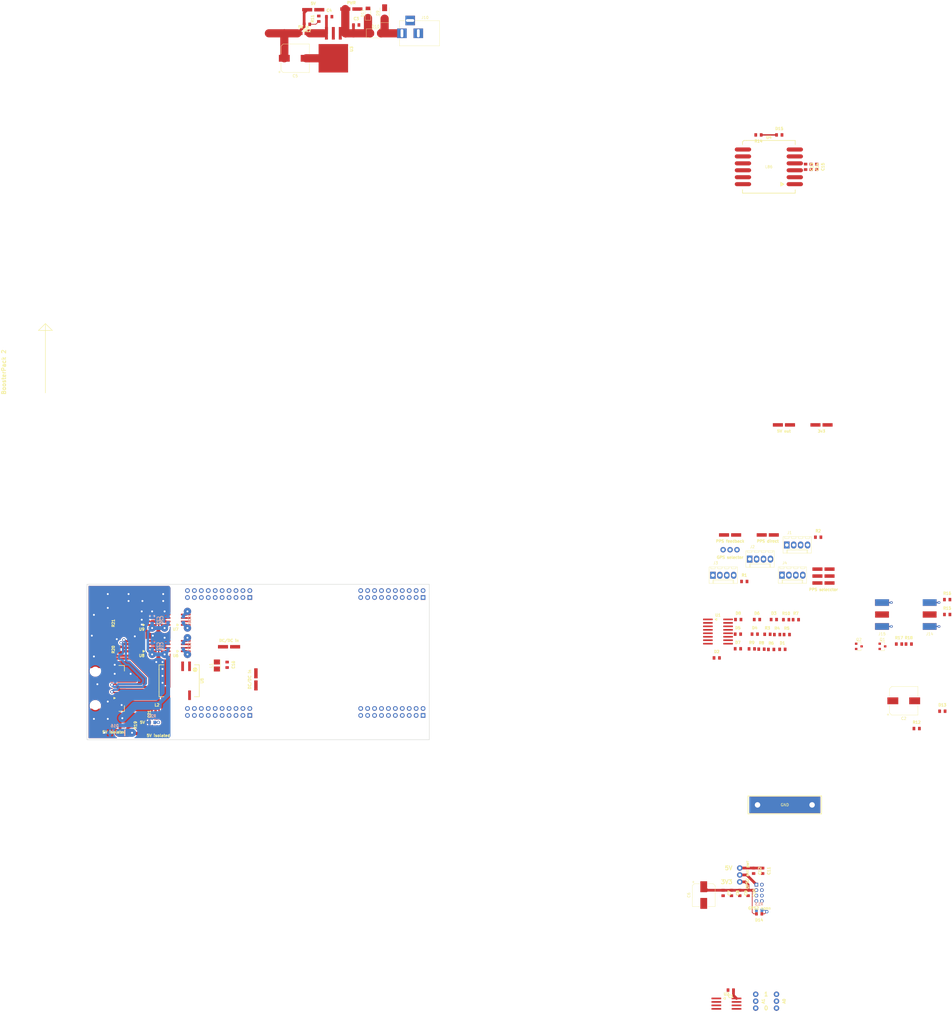
<source format=kicad_pcb>
(kicad_pcb (version 4) (host pcbnew 4.0.7)
  (layers (0 F.Cu mixed) (31 B.Cu mixed) (34 B.Paste user) (35 F.Paste user) (36 B.SilkS user) (37 F.SilkS user) (38 B.Mask user) (39 F.Mask user) (44 Edge.Cuts user))
  (net 0 "")
  (net 1 +3V3)
  (net 2 GND)
  (net 3 "Net-(C3-Pad1)")
  (net 4 "Net-(C4-Pad1)")
  (net 5 +5V)
  (net 6 /GPS2/3V3)
  (net 7 /GPS1/3V3)
  (net 8 +5VP)
  (net 9 GNDPWR)
  (net 10 "Net-(C21-Pad1)")
  (net 11 "Net-(D1-Pad1)")
  (net 12 "/debugging LEDs/LED_PPS_direct")
  (net 13 "Net-(D2-Pad1)")
  (net 14 "/debugging LEDs/LED_PPS_feedback")
  (net 15 "Net-(D3-Pad2)")
  (net 16 "Net-(D4-Pad2)")
  (net 17 "Net-(D5-Pad2)")
  (net 18 "Net-(D6-Pad2)")
  (net 19 "Net-(D7-Pad2)")
  (net 20 "Net-(D8-Pad2)")
  (net 21 "Net-(D10-Pad2)")
  (net 22 "Net-(D12-Pad1)")
  (net 23 "Net-(D13-Pad1)")
  (net 24 "Net-(D14-Pad1)")
  (net 25 "Net-(D15-Pad1)")
  (net 26 "Net-(D16-Pad1)")
  (net 27 "Net-(D17-Pad1)")
  (net 28 "/main connector/I2C_SCL")
  (net 29 "/main connector/I2C_SDA")
  (net 30 "/debugging LEDs/LED_Tx_line")
  (net 31 "/debugging LEDs/LED_Rx_line")
  (net 32 "/main connector/GPS_2_Tx")
  (net 33 "/main connector/GPS_2_Rx")
  (net 34 "/main connector/GPS_1_Tx")
  (net 35 "/main connector/GPS_1_Rx")
  (net 36 "/50-Ohm PPS/PPS_direct")
  (net 37 "Net-(J6-Pad4)")
  (net 38 "/50-Ohm PPS/PPS_feedback")
  (net 39 /GPS2/PPS)
  (net 40 "Net-(J6-Pad6)")
  (net 41 /GPS1/PPS)
  (net 42 "Net-(J8-Pad2)")
  (net 43 "Net-(J8-Pad12)")
  (net 44 "Net-(J8-Pad3)")
  (net 45 "Net-(J8-Pad13)")
  (net 46 "/main connector/reset")
  (net 47 "Net-(J8-Pad6)")
  (net 48 "Net-(J8-Pad16)")
  (net 49 "Net-(J8-Pad7)")
  (net 50 "Net-(J8-Pad17)")
  (net 51 "/main connector/GPS_1_reset")
  (net 52 "Net-(J8-Pad10)")
  (net 53 "Net-(J8-Pad20)")
  (net 54 "/main connector/5V_out")
  (net 55 "/main connector/3V3_in")
  (net 56 "Net-(J9-Pad8)")
  (net 57 "Net-(J9-Pad18)")
  (net 58 /GPS2/ANT_PWR)
  (net 59 "Net-(J13-Pad7)")
  (net 60 "Net-(J13-Pad4)")
  (net 61 "Net-(J14-Pad1)")
  (net 62 "Net-(J15-Pad1)")
  (net 63 "Net-(JP4-Pad2)")
  (net 64 "Net-(JP5-Pad2)")
  (net 65 "Net-(L1-Pad1)")
  (net 66 "Net-(L2-Pad2)")
  (net 67 "Net-(Q1-Pad3)")
  (net 68 "Net-(Q2-Pad3)")
  (net 69 "Net-(U1-Pad7)")
  (net 70 "Net-(U1-Pad9)")
  (net 71 "Net-(U1-Pad10)")
  (net 72 "Net-(U2-Pad3)")
  (net 73 "Net-(U2-Pad5)")
  (net 74 "Net-(U4-Pad7)")
  (net 75 "Net-(U4-Pad8)")
  (net 76 "Net-(U4-Pad9)")
  (net 77 "Net-(U4-Pad11)")
  (net 78 "Net-(U5-Pad14)")
  (net 79 "Net-(U6-Pad6)")
  (net 80 "Net-(U6-Pad7)")
  (net 81 "Net-(U7-Pad6)")
  (net 82 "Net-(U7-Pad7)")
  (net 83 "Net-(C16-Pad1)")
  (net 84 "/RS-422 interface/Rx-")
  (net 85 "/RS-422 interface/Rx+")
  (net 86 "/RS-422 interface/Tx+")
  (net 87 "/RS-422 interface/Tx-")
  (net 88 "/RS-422 interface/PPS_in-")
  (net 89 "/RS-422 interface/PPS_out+")
  (net 90 "/RS-422 interface/PPS_out-")
  (net 91 "/RS-422 interface/PPS_in+")
  (net 92 "Net-(J8-Pad1)")
  (net 93 "Net-(J8-Pad14)")
  (net 94 "Net-(J8-Pad9)")
  (net 95 "Net-(J9-Pad2)")
  (net 96 "Net-(J9-Pad13)")
  (net 97 "Net-(J9-Pad14)")
  (net 98 "Net-(J9-Pad5)")
  (net 99 "Net-(J9-Pad6)")
  (net 100 "Net-(J9-Pad7)")
  (net 101 "Net-(J19-Pad1)")
  (net 102 "Net-(J19-Pad2)")
  (net 103 "Net-(J19-Pad12)")
  (net 104 "Net-(J19-Pad3)")
  (net 105 "Net-(J19-Pad13)")
  (net 106 "Net-(J19-Pad4)")
  (net 107 "Net-(J19-Pad14)")
  (net 108 "Net-(J19-Pad5)")
  (net 109 "Net-(J19-Pad15)")
  (net 110 "Net-(J19-Pad6)")
  (net 111 "Net-(J19-Pad16)")
  (net 112 "Net-(J19-Pad7)")
  (net 113 "Net-(J19-Pad17)")
  (net 114 "Net-(J19-Pad8)")
  (net 115 "Net-(J19-Pad18)")
  (net 116 "Net-(J19-Pad9)")
  (net 117 "Net-(J19-Pad19)")
  (net 118 "Net-(J19-Pad10)")
  (net 119 "Net-(J19-Pad20)")
  (net 120 "Net-(J20-Pad1)")
  (net 121 "Net-(J20-Pad11)")
  (net 122 "Net-(J20-Pad2)")
  (net 123 "Net-(J20-Pad3)")
  (net 124 "Net-(J20-Pad13)")
  (net 125 "Net-(J20-Pad4)")
  (net 126 "Net-(J20-Pad14)")
  (net 127 "Net-(J20-Pad5)")
  (net 128 "Net-(J20-Pad15)")
  (net 129 "Net-(J20-Pad6)")
  (net 130 "Net-(J20-Pad16)")
  (net 131 "Net-(J20-Pad7)")
  (net 132 "Net-(J20-Pad17)")
  (net 133 "Net-(J20-Pad8)")
  (net 134 "Net-(J20-Pad18)")
  (net 135 "Net-(J20-Pad9)")
  (net 136 "Net-(J20-Pad19)")
  (net 137 "Net-(J20-Pad10)")
  (net 138 "Net-(J20-Pad20)")
  (module Diodes_SMD:D_MiniMELF (layer B.Cu) (at 96.52 124.46 180)
    (fp_text reference D16 (at 0 2.54 180) (layer B.SilkS) (effects (font (thickness 0.25)) (justify mirror)))
    (fp_text value 5V1)
    (pad 1 smd rect (at -1.75 0 180) (size 1.3 1.7) (layers B.Cu B.Paste B.Mask) (net 26 "Net-(D16-Pad1)"))
    (pad 2 smd rect (at 1.75 0 180) (size 1.3 1.7) (layers B.Cu B.Paste B.Mask) (net 9 GNDPWR))
  )
  (module auxiliary:0805_2012 (layer B.Cu) (at 110.236 120.65 180)
    (fp_text reference R22 (at 0 2.286 180) (layer B.SilkS) (effects (font (thickness 0.25)) (justify mirror)))
    (fp_text value 2k)
    (pad 1 smd rect (at -1 0 180) (size 1 1.25) (layers B.Cu B.Paste B.Mask) (net 27 "Net-(D17-Pad1)"))
    (pad 2 smd rect (at 1 0 180) (size 1 1.25) (layers B.Cu B.Paste B.Mask) (net 9 GNDPWR))
  )
  (module auxiliary:0805_2012 (layer F.Cu) (at 98.298 84.328 90)
    (fp_text reference R21 (at 0 -2.286 90) (layer F.SilkS) (effects (font (thickness 0.25))))
    (fp_text value 100)
    (pad 1 smd rect (at -1 0 90) (size 1 1.25) (layers F.Cu F.Paste F.Mask) (net 91 "/RS-422 interface/PPS_in+"))
    (pad 2 smd rect (at 1 0 90) (size 1 1.25) (layers F.Cu F.Paste F.Mask) (net 88 "/RS-422 interface/PPS_in-"))
  )
  (module auxiliary:0805_2012 (layer F.Cu) (at 98.298 93.98 90)
    (fp_text reference R20 (at 0 -2.286 90) (layer F.SilkS) (effects (font (thickness 0.25))))
    (fp_text value 100)
    (pad 1 smd rect (at -1 0 90) (size 1 1.25) (layers F.Cu F.Paste F.Mask) (net 85 "/RS-422 interface/Rx+"))
    (pad 2 smd rect (at 1 0 90) (size 1 1.25) (layers F.Cu F.Paste F.Mask) (net 84 "/RS-422 interface/Rx-"))
  )
  (module auxiliary:0805_2012 (layer F.Cu) (at 105.41 124.714 180)
    (fp_text reference R19 (at 1.27 3.048 270) (layer F.SilkS) (effects (font (thickness 0.25))))
    (fp_text value 0)
    (pad 1 smd rect (at -1 0 180) (size 1 1.25) (layers F.Cu F.Paste F.Mask) (net 8 +5VP))
    (pad 2 smd rect (at 1 0 180) (size 1 1.25) (layers F.Cu F.Paste F.Mask) (net 26 "Net-(D16-Pad1)"))
  )
  (module auxiliary:0805_2012 (layer F.Cu) (at 387.563001 91.961)
    (fp_text reference R18 (at 0 -2.286) (layer F.SilkS) (effects (font (thickness 0.25))))
    (fp_text value inf)
    (pad 1 smd rect (at -1 0) (size 1 1.25) (layers F.Cu F.Paste F.Mask) (net 62 "Net-(J15-Pad1)"))
    (pad 2 smd rect (at 1 0) (size 1 1.25) (layers F.Cu F.Paste F.Mask) (net 2 GND))
  )
  (module auxiliary:0805_2012 (layer F.Cu) (at 384.013001 91.961)
    (fp_text reference R17 (at 0 -2.286) (layer F.SilkS) (effects (font (thickness 0.25))))
    (fp_text value 50)
    (pad 1 smd rect (at -1 0) (size 1 1.25) (layers F.Cu F.Paste F.Mask) (net 68 "Net-(Q2-Pad3)"))
    (pad 2 smd rect (at 1 0) (size 1 1.25) (layers F.Cu F.Paste F.Mask) (net 5 +5V))
  )
  (module auxiliary:0805_2012 (layer F.Cu) (at 401.653001 75.691)
    (fp_text reference R16 (at 0 -2.286) (layer F.SilkS) (effects (font (thickness 0.25))))
    (fp_text value inf)
    (pad 1 smd rect (at -1 0) (size 1 1.25) (layers F.Cu F.Paste F.Mask) (net 61 "Net-(J14-Pad1)"))
    (pad 2 smd rect (at 1 0) (size 1 1.25) (layers F.Cu F.Paste F.Mask) (net 2 GND))
  )
  (module auxiliary:0805_2012 (layer F.Cu) (at 401.653001 81.141)
    (fp_text reference R15 (at 0 -2.286) (layer F.SilkS) (effects (font (thickness 0.25))))
    (fp_text value 50)
    (pad 1 smd rect (at -1 0) (size 1 1.25) (layers F.Cu F.Paste F.Mask) (net 67 "Net-(Q1-Pad3)"))
    (pad 2 smd rect (at 1 0) (size 1 1.25) (layers F.Cu F.Paste F.Mask) (net 5 +5V))
  )
  (module auxiliary:0805_2012 (layer F.Cu) (at 332.486 -94.488 180)
    (fp_text reference R14 (at 0 -2.286 180) (layer F.SilkS) (effects (font (thickness 0.25))))
    (fp_text value 1k5)
    (pad 1 smd rect (at -1 0 180) (size 1 1.25) (layers F.Cu F.Paste F.Mask) (net 25 "Net-(D15-Pad1)"))
    (pad 2 smd rect (at 1 0 180) (size 1 1.25) (layers F.Cu F.Paste F.Mask) (net 2 GND))
  )
  (module auxiliary:0805_2012 (layer B.Cu) (at 332.74 189.484 180)
    (fp_text reference R13 (at 0 2.286 180) (layer B.SilkS) (effects (font (thickness 0.25)) (justify mirror)))
    (fp_text value 1k5)
    (pad 1 smd rect (at -1 0 180) (size 1 1.25) (layers B.Cu B.Paste B.Mask) (net 24 "Net-(D14-Pad1)"))
    (pad 2 smd rect (at 1 0 180) (size 1 1.25) (layers B.Cu B.Paste B.Mask) (net 2 GND))
  )
  (module auxiliary:0805_2012 (layer F.Cu) (at 390.473001 122.917)
    (fp_text reference R12 (at 0 -2.286) (layer F.SilkS) (effects (font (thickness 0.25))))
    (fp_text value 1k5)
    (pad 1 smd rect (at -1 0) (size 1 1.25) (layers F.Cu F.Paste F.Mask) (net 23 "Net-(D13-Pad1)"))
    (pad 2 smd rect (at 1 0) (size 1 1.25) (layers F.Cu F.Paste F.Mask) (net 2 GND))
  )
  (module auxiliary:0805_2012 (layer F.Cu) (at 171.323 -137.033 90)
    (fp_text reference R11 (at 0 -2.286 90) (layer F.SilkS) (effects (font (thickness 0.25))))
    (fp_text value 2k)
    (pad 1 smd rect (at -1 0 90) (size 1 1.25) (layers F.Cu F.Paste F.Mask) (net 22 "Net-(D12-Pad1)"))
    (pad 2 smd rect (at 1 0 90) (size 1 1.25) (layers F.Cu F.Paste F.Mask) (net 2 GND))
  )
  (module auxiliary:0805_2012 (layer F.Cu) (at 342.633001 83.041)
    (fp_text reference R10 (at 0 -2.286) (layer F.SilkS) (effects (font (thickness 0.25))))
    (fp_text value 2k)
    (pad 1 smd rect (at -1 0) (size 1 1.25) (layers F.Cu F.Paste F.Mask) (net 5 +5V))
    (pad 2 smd rect (at 1 0) (size 1 1.25) (layers F.Cu F.Paste F.Mask) (net 20 "Net-(D8-Pad2)"))
  )
  (module auxiliary:0805_2012 (layer F.Cu) (at 330.033001 93.741)
    (fp_text reference R9 (at 0 -2.286) (layer F.SilkS) (effects (font (thickness 0.25))))
    (fp_text value 1k5)
    (pad 1 smd rect (at -1 0) (size 1 1.25) (layers F.Cu F.Paste F.Mask) (net 5 +5V))
    (pad 2 smd rect (at 1 0) (size 1 1.25) (layers F.Cu F.Paste F.Mask) (net 19 "Net-(D7-Pad2)"))
  )
  (module auxiliary:0805_2012 (layer F.Cu) (at 333.583001 93.841)
    (fp_text reference R8 (at 0 -2.286) (layer F.SilkS) (effects (font (thickness 0.25))))
    (fp_text value 2k)
    (pad 1 smd rect (at -1 0) (size 1 1.25) (layers F.Cu F.Paste F.Mask) (net 5 +5V))
    (pad 2 smd rect (at 1 0) (size 1 1.25) (layers F.Cu F.Paste F.Mask) (net 18 "Net-(D6-Pad2)"))
  )
  (module auxiliary:0805_2012 (layer F.Cu) (at 346.183001 83.041)
    (fp_text reference R7 (at 0 -2.286) (layer F.SilkS) (effects (font (thickness 0.25))))
    (fp_text value 1k5)
    (pad 1 smd rect (at -1 0) (size 1 1.25) (layers F.Cu F.Paste F.Mask) (net 5 +5V))
    (pad 2 smd rect (at 1 0) (size 1 1.25) (layers F.Cu F.Paste F.Mask) (net 17 "Net-(D5-Pad2)"))
  )
  (module auxiliary:0805_2012 (layer F.Cu) (at 337.133001 93.941)
    (fp_text reference R6 (at 0 -2.286) (layer F.SilkS) (effects (font (thickness 0.25))))
    (fp_text value 2k)
    (pad 1 smd rect (at -1 0) (size 1 1.25) (layers F.Cu F.Paste F.Mask) (net 5 +5V))
    (pad 2 smd rect (at 1 0) (size 1 1.25) (layers F.Cu F.Paste F.Mask) (net 16 "Net-(D4-Pad2)"))
  )
  (module auxiliary:0805_2012 (layer F.Cu) (at 342.863001 88.491)
    (fp_text reference R5 (at 0 -2.286) (layer F.SilkS) (effects (font (thickness 0.25))))
    (fp_text value 1k5)
    (pad 1 smd rect (at -1 0) (size 1 1.25) (layers F.Cu F.Paste F.Mask) (net 5 +5V))
    (pad 2 smd rect (at 1 0) (size 1 1.25) (layers F.Cu F.Paste F.Mask) (net 15 "Net-(D3-Pad2)"))
  )
  (module auxiliary:0805_2012 (layer F.Cu) (at 339.313001 88.491)
    (fp_text reference R4 (at 0 -2.286) (layer F.SilkS) (effects (font (thickness 0.25))))
    (fp_text value 390)
    (pad 1 smd rect (at -1 0) (size 1 1.25) (layers F.Cu F.Paste F.Mask) (net 13 "Net-(D2-Pad1)"))
    (pad 2 smd rect (at 1 0) (size 1 1.25) (layers F.Cu F.Paste F.Mask) (net 2 GND))
  )
  (module auxiliary:0805_2012 (layer F.Cu) (at 335.763001 88.391)
    (fp_text reference R3 (at 0 -2.286) (layer F.SilkS) (effects (font (thickness 0.25))))
    (fp_text value 390)
    (pad 1 smd rect (at -1 0) (size 1 1.25) (layers F.Cu F.Paste F.Mask) (net 11 "Net-(D1-Pad1)"))
    (pad 2 smd rect (at 1 0) (size 1 1.25) (layers F.Cu F.Paste F.Mask) (net 2 GND))
  )
  (module auxiliary:0805_2012 (layer F.Cu) (at 354.363001 52.841)
    (fp_text reference R2 (at 0 -2.286) (layer F.SilkS) (effects (font (thickness 0.25))))
    (fp_text value 2k)
    (pad 1 smd rect (at -1 0) (size 1 1.25) (layers F.Cu F.Paste F.Mask) (net 1 +3V3))
    (pad 2 smd rect (at 1 0) (size 1 1.25) (layers F.Cu F.Paste F.Mask) (net 28 "/main connector/I2C_SCL"))
  )
  (module auxiliary:0805_2012 (layer F.Cu) (at 327.283001 69.051)
    (fp_text reference R1 (at 0 -2.286) (layer F.SilkS) (effects (font (thickness 0.25))))
    (fp_text value 2k)
    (pad 1 smd rect (at -1 0) (size 1 1.25) (layers F.Cu F.Paste F.Mask) (net 1 +3V3))
    (pad 2 smd rect (at 1 0) (size 1 1.25) (layers F.Cu F.Paste F.Mask) (net 29 "/main connector/I2C_SDA"))
  )
  (module auxiliary:0805_2012 (layer F.Cu) (at 110.236 120.65 180)
    (fp_text reference D17)
    (fp_text value 5V (at 3.556 0 180) (layer F.SilkS) (effects (font (thickness 0.25))))
    (pad 1 smd rect (at -1 0 180) (size 1 1.25) (layers F.Cu F.Paste F.Mask) (net 27 "Net-(D17-Pad1)"))
    (pad 2 smd rect (at 1 0 180) (size 1 1.25) (layers F.Cu F.Paste F.Mask) (net 8 +5VP))
  )
  (module auxiliary:0805_2012 (layer F.Cu) (at 340.106 -94.488)
    (fp_text reference D15 (at 0 -2.286) (layer F.SilkS) (effects (font (thickness 0.25))))
    (fp_text value "GPS1 3V3")
    (pad 1 smd rect (at -1 0) (size 1 1.25) (layers F.Cu F.Paste F.Mask) (net 25 "Net-(D15-Pad1)"))
    (pad 2 smd rect (at 1 0) (size 1 1.25) (layers F.Cu F.Paste F.Mask) (net 7 /GPS1/3V3))
  )
  (module auxiliary:0805_2012 (layer F.Cu) (at 332.74 190.754 180)
    (fp_text reference D14 (at 0 -2.286 180) (layer F.SilkS) (effects (font (thickness 0.25))))
    (fp_text value "GPS2 3V3")
    (pad 1 smd rect (at -1 0 180) (size 1 1.25) (layers F.Cu F.Paste F.Mask) (net 24 "Net-(D14-Pad1)"))
    (pad 2 smd rect (at 1 0 180) (size 1 1.25) (layers F.Cu F.Paste F.Mask) (net 6 /GPS2/3V3))
  )
  (module auxiliary:0805_2012 (layer F.Cu) (at 399.883001 116.567)
    (fp_text reference D13 (at 0 -2.286) (layer F.SilkS) (effects (font (thickness 0.25))))
    (fp_text value 3V3)
    (pad 1 smd rect (at -1 0) (size 1 1.25) (layers F.Cu F.Paste F.Mask) (net 23 "Net-(D13-Pad1)"))
    (pad 2 smd rect (at 1 0) (size 1 1.25) (layers F.Cu F.Paste F.Mask) (net 1 +3V3))
  )
  (module auxiliary:0805_2012 (layer F.Cu) (at 167.005 -135.001 180)
    (fp_text reference D12 (at 0 -2.286 180) (layer F.SilkS) (effects (font (thickness 0.25))))
    (fp_text value 5V)
    (pad 1 smd rect (at -1 0 180) (size 1 1.25) (layers F.Cu F.Paste F.Mask) (net 22 "Net-(D12-Pad1)"))
    (pad 2 smd rect (at 1 0 180) (size 1 1.25) (layers F.Cu F.Paste F.Mask) (net 5 +5V))
  )
  (module auxiliary:0805_2012 (layer F.Cu) (at 325.066095 82.991)
    (fp_text reference D8 (at 0 -2.286) (layer F.SilkS) (effects (font (thickness 0.25))))
    (fp_text value "GPS2 Rx")
    (pad 1 smd rect (at -1 0) (size 1 1.25) (layers F.Cu F.Paste F.Mask) (net 2 GND))
    (pad 2 smd rect (at 1 0) (size 1 1.25) (layers F.Cu F.Paste F.Mask) (net 20 "Net-(D8-Pad2)"))
  )
  (module auxiliary:0805_2012 (layer F.Cu) (at 324.947048 93.691)
    (fp_text reference D7 (at 0 -2.286) (layer F.SilkS) (effects (font (thickness 0.25))))
    (fp_text value "GPS2 Tx")
    (pad 1 smd rect (at -1 0) (size 1 1.25) (layers F.Cu F.Paste F.Mask) (net 2 GND))
    (pad 2 smd rect (at 1 0) (size 1 1.25) (layers F.Cu F.Paste F.Mask) (net 19 "Net-(D7-Pad2)"))
  )
  (module auxiliary:0805_2012 (layer F.Cu) (at 331.936095 82.991)
    (fp_text reference D6 (at 0 -2.286) (layer F.SilkS) (effects (font (thickness 0.25))))
    (fp_text value "GPS1 Rx")
    (pad 1 smd rect (at -1 0) (size 1 1.25) (layers F.Cu F.Paste F.Mask) (net 2 GND))
    (pad 2 smd rect (at 1 0) (size 1 1.25) (layers F.Cu F.Paste F.Mask) (net 18 "Net-(D6-Pad2)"))
  )
  (module auxiliary:0805_2012 (layer F.Cu) (at 324.947048 88.341)
    (fp_text reference D5 (at 0 -2.286) (layer F.SilkS) (effects (font (thickness 0.25))))
    (fp_text value "GPS1 Tx")
    (pad 1 smd rect (at -1 0) (size 1 1.25) (layers F.Cu F.Paste F.Mask) (net 2 GND))
    (pad 2 smd rect (at 1 0) (size 1 1.25) (layers F.Cu F.Paste F.Mask) (net 17 "Net-(D5-Pad2)"))
  )
  (module auxiliary:0805_2012 (layer F.Cu) (at 331.124667 88.341)
    (fp_text reference D4 (at 0 -2.286) (layer F.SilkS) (effects (font (thickness 0.25))))
    (fp_text value "line Rx")
    (pad 1 smd rect (at -1 0) (size 1 1.25) (layers F.Cu F.Paste F.Mask) (net 2 GND))
    (pad 2 smd rect (at 1 0) (size 1 1.25) (layers F.Cu F.Paste F.Mask) (net 16 "Net-(D4-Pad2)"))
  )
  (module auxiliary:0805_2012 (layer F.Cu) (at 338.115619 82.991)
    (fp_text reference D3 (at 0 -2.286) (layer F.SilkS) (effects (font (thickness 0.25))))
    (fp_text value "line Tx")
    (pad 1 smd rect (at -1 0) (size 1 1.25) (layers F.Cu F.Paste F.Mask) (net 2 GND))
    (pad 2 smd rect (at 1 0) (size 1 1.25) (layers F.Cu F.Paste F.Mask) (net 15 "Net-(D3-Pad2)"))
  )
  (module auxiliary:0805_2012 (layer F.Cu) (at 317.191334 97.041)
    (fp_text reference D2 (at 0 -2.286) (layer F.SilkS) (effects (font (thickness 0.25))))
    (fp_text value feedback)
    (pad 1 smd rect (at -1 0) (size 1 1.25) (layers F.Cu F.Paste F.Mask) (net 13 "Net-(D2-Pad1)"))
    (pad 2 smd rect (at 1 0) (size 1 1.25) (layers F.Cu F.Paste F.Mask) (net 14 "/debugging LEDs/LED_PPS_feedback"))
  )
  (module auxiliary:0805_2012 (layer F.Cu) (at 341.250857 93.891)
    (fp_text reference D1 (at 0 -2.286) (layer F.SilkS) (effects (font (thickness 0.25))))
    (fp_text value direct)
    (pad 1 smd rect (at -1 0) (size 1 1.25) (layers F.Cu F.Paste F.Mask) (net 11 "Net-(D1-Pad1)"))
    (pad 2 smd rect (at 1 0) (size 1 1.25) (layers F.Cu F.Paste F.Mask) (net 12 "/debugging LEDs/LED_PPS_direct"))
  )
  (module auxiliary:0805_2012 (layer B.Cu) (at 110.236 83.312 90)
    (fp_text reference C23 (at 0 2.286 90) (layer B.SilkS) (effects (font (thickness 0.25)) (justify mirror)))
    (fp_text value 0.1u)
    (pad 1 smd rect (at -1 0 90) (size 1 1.25) (layers B.Cu B.Paste B.Mask) (net 8 +5VP))
    (pad 2 smd rect (at 1 0 90) (size 1 1.25) (layers B.Cu B.Paste B.Mask) (net 9 GNDPWR))
  )
  (module auxiliary:0805_2012 (layer B.Cu) (at 110.236 92.71 90)
    (fp_text reference C22 (at 0 2.286 90) (layer B.SilkS) (effects (font (thickness 0.25)) (justify mirror)))
    (fp_text value 0.1u)
    (pad 1 smd rect (at -1 0 90) (size 1 1.25) (layers B.Cu B.Paste B.Mask) (net 8 +5VP))
    (pad 2 smd rect (at 1 0 90) (size 1 1.25) (layers B.Cu B.Paste B.Mask) (net 9 GNDPWR))
  )
  (module auxiliary:0805_2012 (layer F.Cu) (at 111.506 118.11 90)
    (fp_text reference C21 (at 0.508 -2.286 90) (layer F.SilkS) (effects (font (thickness 0.25))))
    (fp_text value 2.2u)
    (pad 1 smd rect (at -1 0 90) (size 1 1.25) (layers F.Cu F.Paste F.Mask) (net 10 "Net-(C21-Pad1)"))
    (pad 2 smd rect (at 1 0 90) (size 1 1.25) (layers F.Cu F.Paste F.Mask) (net 9 GNDPWR))
  )
  (module auxiliary:0805_2012 (layer B.Cu) (at 116.078 83.058 90)
    (fp_text reference C20 (at 0 -2.286 90) (layer B.SilkS) (effects (font (thickness 0.25)) (justify mirror)))
    (fp_text value 0.1u)
    (pad 1 smd rect (at -1 0 90) (size 1 1.25) (layers B.Cu B.Paste B.Mask) (net 8 +5VP))
    (pad 2 smd rect (at 1 0 90) (size 1 1.25) (layers B.Cu B.Paste B.Mask) (net 9 GNDPWR))
  )
  (module auxiliary:0805_2012 (layer B.Cu) (at 116.078 92.71 90)
    (fp_text reference C19 (at 0 -2.286 90) (layer B.SilkS) (effects (font (thickness 0.25)) (justify mirror)))
    (fp_text value 0.1u)
    (pad 1 smd rect (at -1 0 90) (size 1 1.25) (layers B.Cu B.Paste B.Mask) (net 8 +5VP))
    (pad 2 smd rect (at 1 0 90) (size 1 1.25) (layers B.Cu B.Paste B.Mask) (net 9 GNDPWR))
  )
  (module auxiliary:0805_2012 (layer B.Cu) (at 121.666 83.058 90)
    (fp_text reference C18 (at 0 2.286 90) (layer B.SilkS) (effects (font (thickness 0.25)) (justify mirror)))
    (fp_text value 0.1u)
    (pad 1 smd rect (at -1 0 90) (size 1 1.25) (layers B.Cu B.Paste B.Mask) (net 5 +5V))
    (pad 2 smd rect (at 1 0 90) (size 1 1.25) (layers B.Cu B.Paste B.Mask) (net 2 GND))
  )
  (module auxiliary:0805_2012 (layer B.Cu) (at 121.666 92.71 90)
    (fp_text reference C17 (at 0 2.286 90) (layer B.SilkS) (effects (font (thickness 0.25)) (justify mirror)))
    (fp_text value 0.1u)
    (pad 1 smd rect (at -1 0 90) (size 1 1.25) (layers B.Cu B.Paste B.Mask) (net 5 +5V))
    (pad 2 smd rect (at 1 0 90) (size 1 1.25) (layers B.Cu B.Paste B.Mask) (net 2 GND))
  )
  (module auxiliary:0805_2012 (layer F.Cu) (at 137.7315 99.568 270)
    (fp_text reference C16 (at 0 -2.286 270) (layer F.SilkS) (effects (font (thickness 0.25))))
    (fp_text value 4.7u)
    (pad 1 smd rect (at -1 0 270) (size 1 1.25) (layers F.Cu F.Paste F.Mask) (net 83 "Net-(C16-Pad1)"))
    (pad 2 smd rect (at 1 0 270) (size 1 1.25) (layers F.Cu F.Paste F.Mask) (net 2 GND))
  )
  (module auxiliary:0805_2012 (layer F.Cu) (at 353.822 -82.804 270)
    (fp_text reference C15 (at 0 -2.286 270) (layer F.SilkS) (effects (font (thickness 0.25))))
    (fp_text value 10u)
    (pad 1 smd rect (at -1 0 270) (size 1 1.25) (layers F.Cu F.Paste F.Mask) (net 7 /GPS1/3V3))
    (pad 2 smd rect (at 1 0 270) (size 1 1.25) (layers F.Cu F.Paste F.Mask) (net 2 GND))
  )
  (module auxiliary:0805_2012 (layer F.Cu) (at 351.79 -82.804 270)
    (fp_text reference C14 (at 0 -2.286 270) (layer F.SilkS) (effects (font (thickness 0.25))))
    (fp_text value 1u)
    (pad 1 smd rect (at -1 0 270) (size 1 1.25) (layers F.Cu F.Paste F.Mask) (net 7 /GPS1/3V3))
    (pad 2 smd rect (at 1 0 270) (size 1 1.25) (layers F.Cu F.Paste F.Mask) (net 2 GND))
  )
  (module auxiliary:0805_2012 (layer F.Cu) (at 349.758 -82.804 270)
    (fp_text reference C13 (at 0 -2.286 270) (layer F.SilkS) (effects (font (thickness 0.25))))
    (fp_text value 0.1u)
    (pad 1 smd rect (at -1 0 270) (size 1 1.25) (layers F.Cu F.Paste F.Mask) (net 7 /GPS1/3V3))
    (pad 2 smd rect (at 1 0 270) (size 1 1.25) (layers F.Cu F.Paste F.Mask) (net 2 GND))
  )
  (module auxiliary:0805_2012 (layer F.Cu) (at 330.708 175.006 270)
    (fp_text reference C12 (at 0 -2.286 270) (layer F.SilkS) (effects (font (thickness 0.25))))
    (fp_text value 0.1u)
    (pad 1 smd rect (at -1 0 270) (size 1 1.25) (layers F.Cu F.Paste F.Mask) (net 5 +5V))
    (pad 2 smd rect (at 1 0 270) (size 1 1.25) (layers F.Cu F.Paste F.Mask) (net 2 GND))
  )
  (module auxiliary:0805_2012 (layer F.Cu) (at 334.01 175.006 270)
    (fp_text reference C11 (at 0 -2.286 270) (layer F.SilkS) (effects (font (thickness 0.25))))
    (fp_text value 1u)
    (pad 1 smd rect (at -1 0 270) (size 1 1.25) (layers F.Cu F.Paste F.Mask) (net 5 +5V))
    (pad 2 smd rect (at 1 0 270) (size 1 1.25) (layers F.Cu F.Paste F.Mask) (net 2 GND))
  )
  (module auxiliary:0805_2012 (layer F.Cu) (at 328.676 183.134 270)
    (fp_text reference C10 (at 0 -2.286 270) (layer F.SilkS) (effects (font (thickness 0.25))))
    (fp_text value 0.01u)
    (pad 1 smd rect (at -1 0 270) (size 1 1.25) (layers F.Cu F.Paste F.Mask) (net 6 /GPS2/3V3))
    (pad 2 smd rect (at 1 0 270) (size 1 1.25) (layers F.Cu F.Paste F.Mask) (net 2 GND))
  )
  (module auxiliary:0805_2012 (layer F.Cu) (at 325.628 183.134 270)
    (fp_text reference C9 (at 0 -2.286 270) (layer F.SilkS) (effects (font (thickness 0.25))))
    (fp_text value 0.1u)
    (pad 1 smd rect (at -1 0 270) (size 1 1.25) (layers F.Cu F.Paste F.Mask) (net 6 /GPS2/3V3))
    (pad 2 smd rect (at 1 0 270) (size 1 1.25) (layers F.Cu F.Paste F.Mask) (net 2 GND))
  )
  (module auxiliary:0805_2012 (layer F.Cu) (at 322.58 183.134 270)
    (fp_text reference C8 (at 0 -2.286 270) (layer F.SilkS) (effects (font (thickness 0.25))))
    (fp_text value 1u)
    (pad 1 smd rect (at -1 0 270) (size 1 1.25) (layers F.Cu F.Paste F.Mask) (net 6 /GPS2/3V3))
    (pad 2 smd rect (at 1 0 270) (size 1 1.25) (layers F.Cu F.Paste F.Mask) (net 2 GND))
  )
  (module auxiliary:0805_2012 (layer F.Cu) (at 319.532 183.134 270)
    (fp_text reference C7 (at 0 -2.286 270) (layer F.SilkS) (effects (font (thickness 0.25))))
    (fp_text value 10u)
    (pad 1 smd rect (at -1 0 270) (size 1 1.25) (layers F.Cu F.Paste F.Mask) (net 6 /GPS2/3V3))
    (pad 2 smd rect (at 1 0 270) (size 1 1.25) (layers F.Cu F.Paste F.Mask) (net 2 GND))
  )
  (module auxiliary:0805_2012 (layer F.Cu) (at 175.133 -137.795)
    (fp_text reference C4 (at 0 -2.286) (layer F.SilkS) (effects (font (thickness 0.25))))
    (fp_text value 22u)
    (pad 1 smd rect (at -1 0) (size 1 1.25) (layers F.Cu F.Paste F.Mask) (net 4 "Net-(C4-Pad1)"))
    (pad 2 smd rect (at 1 0) (size 1 1.25) (layers F.Cu F.Paste F.Mask) (net 2 GND))
  )
  (module auxiliary:0805_2012 (layer F.Cu) (at 185.039 -134.747)
    (fp_text reference C3 (at 0 -2.286) (layer F.SilkS) (effects (font (thickness 0.25))))
    (fp_text value 0.47u)
    (pad 1 smd rect (at -1 0) (size 1 1.25) (layers F.Cu F.Paste F.Mask) (net 3 "Net-(C3-Pad1)"))
    (pad 2 smd rect (at 1 0) (size 1 1.25) (layers F.Cu F.Paste F.Mask) (net 2 GND))
  )
  (module auxiliary:0805_2012 (layer F.Cu) (at 322.326 218.694 180)
    (fp_text reference C1 (at 0 -2.286 180) (layer F.SilkS) (effects (font (thickness 0.25))))
    (fp_text value 0.1u)
    (pad 1 smd rect (at -1 0 180) (size 1 1.25) (layers F.Cu F.Paste F.Mask) (net 1 +3V3))
    (pad 2 smd rect (at 1 0 180) (size 1 1.25) (layers F.Cu F.Paste F.Mask) (net 2 GND))
  )
  (module auxiliary:Pin_Header_Straight_2x10_Pitch2.54mm_column-numbering (layer B.Cu) (at 209.55 118.11 90)
    (fp_text reference J20)
    (fp_text value "right top conn")
    (pad 1 thru_hole rect (at 0 0 90) (size 1.7 1.7) (drill 1) (layers *.Cu *.Mask) (net 120 "Net-(J20-Pad1)"))
    (pad 11 thru_hole oval (at 2.54 0 90) (size 1.7 1.7) (drill 1) (layers *.Cu *.Mask) (net 121 "Net-(J20-Pad11)"))
    (pad 2 thru_hole oval (at 0 -2.54 90) (size 1.7 1.7) (drill 1) (layers *.Cu *.Mask) (net 122 "Net-(J20-Pad2)"))
    (pad 12 thru_hole oval (at 2.54 -2.54 90) (size 1.7 1.7) (drill 1) (layers *.Cu *.Mask) (net 2 GND))
    (pad 3 thru_hole oval (at 0 -5.08 90) (size 1.7 1.7) (drill 1) (layers *.Cu *.Mask) (net 123 "Net-(J20-Pad3)"))
    (pad 13 thru_hole oval (at 2.54 -5.08 90) (size 1.7 1.7) (drill 1) (layers *.Cu *.Mask) (net 124 "Net-(J20-Pad13)"))
    (pad 4 thru_hole oval (at 0 -7.62 90) (size 1.7 1.7) (drill 1) (layers *.Cu *.Mask) (net 125 "Net-(J20-Pad4)"))
    (pad 14 thru_hole oval (at 2.54 -7.62 90) (size 1.7 1.7) (drill 1) (layers *.Cu *.Mask) (net 126 "Net-(J20-Pad14)"))
    (pad 5 thru_hole oval (at 0 -10.16 90) (size 1.7 1.7) (drill 1) (layers *.Cu *.Mask) (net 127 "Net-(J20-Pad5)"))
    (pad 15 thru_hole oval (at 2.54 -10.16 90) (size 1.7 1.7) (drill 1) (layers *.Cu *.Mask) (net 128 "Net-(J20-Pad15)"))
    (pad 6 thru_hole oval (at 0 -12.7 90) (size 1.7 1.7) (drill 1) (layers *.Cu *.Mask) (net 129 "Net-(J20-Pad6)"))
    (pad 16 thru_hole oval (at 2.54 -12.7 90) (size 1.7 1.7) (drill 1) (layers *.Cu *.Mask) (net 130 "Net-(J20-Pad16)"))
    (pad 7 thru_hole oval (at 0 -15.24 90) (size 1.7 1.7) (drill 1) (layers *.Cu *.Mask) (net 131 "Net-(J20-Pad7)"))
    (pad 17 thru_hole oval (at 2.54 -15.24 90) (size 1.7 1.7) (drill 1) (layers *.Cu *.Mask) (net 132 "Net-(J20-Pad17)"))
    (pad 8 thru_hole oval (at 0 -17.78 90) (size 1.7 1.7) (drill 1) (layers *.Cu *.Mask) (net 133 "Net-(J20-Pad8)"))
    (pad 18 thru_hole oval (at 2.54 -17.78 90) (size 1.7 1.7) (drill 1) (layers *.Cu *.Mask) (net 134 "Net-(J20-Pad18)"))
    (pad 9 thru_hole oval (at 0 -20.32 90) (size 1.7 1.7) (drill 1) (layers *.Cu *.Mask) (net 135 "Net-(J20-Pad9)"))
    (pad 19 thru_hole oval (at 2.54 -20.32 90) (size 1.7 1.7) (drill 1) (layers *.Cu *.Mask) (net 136 "Net-(J20-Pad19)"))
    (pad 10 thru_hole oval (at 0 -22.86 90) (size 1.7 1.7) (drill 1) (layers *.Cu *.Mask) (net 137 "Net-(J20-Pad10)"))
    (pad 20 thru_hole oval (at 2.54 -22.86 90) (size 1.7 1.7) (drill 1) (layers *.Cu *.Mask) (net 138 "Net-(J20-Pad20)"))
  )
  (module auxiliary:Pin_Header_Straight_2x10_Pitch2.54mm_column-numbering (layer B.Cu) (at 209.55 74.93 90)
    (fp_text reference J19)
    (fp_text value "left top conn")
    (pad 1 thru_hole rect (at 0 0 90) (size 1.7 1.7) (drill 1) (layers *.Cu *.Mask) (net 101 "Net-(J19-Pad1)"))
    (pad 11 thru_hole oval (at 2.54 0 90) (size 1.7 1.7) (drill 1) (layers *.Cu *.Mask) (net 2 GND))
    (pad 2 thru_hole oval (at 0 -2.54 90) (size 1.7 1.7) (drill 1) (layers *.Cu *.Mask) (net 102 "Net-(J19-Pad2)"))
    (pad 12 thru_hole oval (at 2.54 -2.54 90) (size 1.7 1.7) (drill 1) (layers *.Cu *.Mask) (net 103 "Net-(J19-Pad12)"))
    (pad 3 thru_hole oval (at 0 -5.08 90) (size 1.7 1.7) (drill 1) (layers *.Cu *.Mask) (net 104 "Net-(J19-Pad3)"))
    (pad 13 thru_hole oval (at 2.54 -5.08 90) (size 1.7 1.7) (drill 1) (layers *.Cu *.Mask) (net 105 "Net-(J19-Pad13)"))
    (pad 4 thru_hole oval (at 0 -7.62 90) (size 1.7 1.7) (drill 1) (layers *.Cu *.Mask) (net 106 "Net-(J19-Pad4)"))
    (pad 14 thru_hole oval (at 2.54 -7.62 90) (size 1.7 1.7) (drill 1) (layers *.Cu *.Mask) (net 107 "Net-(J19-Pad14)"))
    (pad 5 thru_hole oval (at 0 -10.16 90) (size 1.7 1.7) (drill 1) (layers *.Cu *.Mask) (net 108 "Net-(J19-Pad5)"))
    (pad 15 thru_hole oval (at 2.54 -10.16 90) (size 1.7 1.7) (drill 1) (layers *.Cu *.Mask) (net 109 "Net-(J19-Pad15)"))
    (pad 6 thru_hole oval (at 0 -12.7 90) (size 1.7 1.7) (drill 1) (layers *.Cu *.Mask) (net 110 "Net-(J19-Pad6)"))
    (pad 16 thru_hole oval (at 2.54 -12.7 90) (size 1.7 1.7) (drill 1) (layers *.Cu *.Mask) (net 111 "Net-(J19-Pad16)"))
    (pad 7 thru_hole oval (at 0 -15.24 90) (size 1.7 1.7) (drill 1) (layers *.Cu *.Mask) (net 112 "Net-(J19-Pad7)"))
    (pad 17 thru_hole oval (at 2.54 -15.24 90) (size 1.7 1.7) (drill 1) (layers *.Cu *.Mask) (net 113 "Net-(J19-Pad17)"))
    (pad 8 thru_hole oval (at 0 -17.78 90) (size 1.7 1.7) (drill 1) (layers *.Cu *.Mask) (net 114 "Net-(J19-Pad8)"))
    (pad 18 thru_hole oval (at 2.54 -17.78 90) (size 1.7 1.7) (drill 1) (layers *.Cu *.Mask) (net 115 "Net-(J19-Pad18)"))
    (pad 9 thru_hole oval (at 0 -20.32 90) (size 1.7 1.7) (drill 1) (layers *.Cu *.Mask) (net 116 "Net-(J19-Pad9)"))
    (pad 19 thru_hole oval (at 2.54 -20.32 90) (size 1.7 1.7) (drill 1) (layers *.Cu *.Mask) (net 117 "Net-(J19-Pad19)"))
    (pad 10 thru_hole oval (at 0 -22.86 90) (size 1.7 1.7) (drill 1) (layers *.Cu *.Mask) (net 118 "Net-(J19-Pad10)"))
    (pad 20 thru_hole oval (at 2.54 -22.86 90) (size 1.7 1.7) (drill 1) (layers *.Cu *.Mask) (net 119 "Net-(J19-Pad20)"))
  )
  (module auxiliary:SOIC-8 (layer F.Cu) (at 106.426 83.058 180)
    (fp_text reference U9 (at 0 -3.5 180) (layer F.SilkS) (effects (font (thickness 0.25))))
    (fp_text value SN65LBC179A)
    (pad 1 smd rect (at -3.7 -1.905 180) (size 3.55 0.6) (layers F.Cu F.Paste F.Mask) (net 8 +5VP))
    (pad 2 smd rect (at -3.7 -0.635 180) (size 3.55 0.6) (layers F.Cu F.Paste F.Mask) (net 82 "Net-(U7-Pad7)"))
    (pad 3 smd rect (at -3.7 0.635 180) (size 3.55 0.6) (layers F.Cu F.Paste F.Mask) (net 81 "Net-(U7-Pad6)"))
    (pad 4 smd rect (at -3.7 1.905 180) (size 3.55 0.6) (layers F.Cu F.Paste F.Mask) (net 9 GNDPWR))
    (pad 5 smd rect (at 3.7 1.905 180) (size 3.55 0.6) (layers F.Cu F.Paste F.Mask) (net 89 "/RS-422 interface/PPS_out+"))
    (pad 6 smd rect (at 3.7 0.635 180) (size 3.55 0.6) (layers F.Cu F.Paste F.Mask) (net 90 "/RS-422 interface/PPS_out-"))
    (pad 7 smd rect (at 3.7 -0.635 180) (size 3.55 0.6) (layers F.Cu F.Paste F.Mask) (net 88 "/RS-422 interface/PPS_in-"))
    (pad 8 smd rect (at 3.7 -1.905 180) (size 3.55 0.6) (layers F.Cu F.Paste F.Mask) (net 91 "/RS-422 interface/PPS_in+"))
  )
  (module auxiliary:SOIC-8 (layer F.Cu) (at 106.426 92.71 180)
    (fp_text reference U8 (at 0 -3.5 180) (layer F.SilkS) (effects (font (thickness 0.25))))
    (fp_text value SN65LBC179A)
    (pad 1 smd rect (at -3.7 -1.905 180) (size 3.55 0.6) (layers F.Cu F.Paste F.Mask) (net 8 +5VP))
    (pad 2 smd rect (at -3.7 -0.635 180) (size 3.55 0.6) (layers F.Cu F.Paste F.Mask) (net 80 "Net-(U6-Pad7)"))
    (pad 3 smd rect (at -3.7 0.635 180) (size 3.55 0.6) (layers F.Cu F.Paste F.Mask) (net 79 "Net-(U6-Pad6)"))
    (pad 4 smd rect (at -3.7 1.905 180) (size 3.55 0.6) (layers F.Cu F.Paste F.Mask) (net 9 GNDPWR))
    (pad 5 smd rect (at 3.7 1.905 180) (size 3.55 0.6) (layers F.Cu F.Paste F.Mask) (net 86 "/RS-422 interface/Tx+"))
    (pad 6 smd rect (at 3.7 0.635 180) (size 3.55 0.6) (layers F.Cu F.Paste F.Mask) (net 87 "/RS-422 interface/Tx-"))
    (pad 7 smd rect (at 3.7 -0.635 180) (size 3.55 0.6) (layers F.Cu F.Paste F.Mask) (net 84 "/RS-422 interface/Rx-"))
    (pad 8 smd rect (at 3.7 -1.905 180) (size 3.55 0.6) (layers F.Cu F.Paste F.Mask) (net 85 "/RS-422 interface/Rx+"))
  )
  (module auxiliary:SOIC-8 (layer F.Cu) (at 118.872 83.058 180)
    (fp_text reference U7 (at 0 -3.5 180) (layer F.SilkS) (effects (font (thickness 0.25))))
    (fp_text value ISO7421E)
    (pad 1 smd rect (at -3.7 -1.905 180) (size 3.55 0.6) (layers F.Cu F.Paste F.Mask) (net 5 +5V))
    (pad 2 smd rect (at -3.7 -0.635 180) (size 3.55 0.6) (layers F.Cu F.Paste F.Mask) (net 38 "/50-Ohm PPS/PPS_feedback"))
    (pad 3 smd rect (at -3.7 0.635 180) (size 3.55 0.6) (layers F.Cu F.Paste F.Mask) (net 36 "/50-Ohm PPS/PPS_direct"))
    (pad 4 smd rect (at -3.7 1.905 180) (size 3.55 0.6) (layers F.Cu F.Paste F.Mask) (net 2 GND))
    (pad 5 smd rect (at 3.7 1.905 180) (size 3.55 0.6) (layers F.Cu F.Paste F.Mask) (net 9 GNDPWR))
    (pad 6 smd rect (at 3.7 0.635 180) (size 3.55 0.6) (layers F.Cu F.Paste F.Mask) (net 81 "Net-(U7-Pad6)"))
    (pad 7 smd rect (at 3.7 -0.635 180) (size 3.55 0.6) (layers F.Cu F.Paste F.Mask) (net 82 "Net-(U7-Pad7)"))
    (pad 8 smd rect (at 3.7 -1.905 180) (size 3.55 0.6) (layers F.Cu F.Paste F.Mask) (net 8 +5VP))
  )
  (module auxiliary:SOIC-8 (layer F.Cu) (at 118.872 92.71 180)
    (fp_text reference U6 (at 0 -3.5 180) (layer F.SilkS) (effects (font (thickness 0.25))))
    (fp_text value ISO7421E)
    (pad 1 smd rect (at -3.7 -1.905 180) (size 3.55 0.6) (layers F.Cu F.Paste F.Mask) (net 5 +5V))
    (pad 2 smd rect (at -3.7 -0.635 180) (size 3.55 0.6) (layers F.Cu F.Paste F.Mask) (net 31 "/debugging LEDs/LED_Rx_line"))
    (pad 3 smd rect (at -3.7 0.635 180) (size 3.55 0.6) (layers F.Cu F.Paste F.Mask) (net 30 "/debugging LEDs/LED_Tx_line"))
    (pad 4 smd rect (at -3.7 1.905 180) (size 3.55 0.6) (layers F.Cu F.Paste F.Mask) (net 2 GND))
    (pad 5 smd rect (at 3.7 1.905 180) (size 3.55 0.6) (layers F.Cu F.Paste F.Mask) (net 9 GNDPWR))
    (pad 6 smd rect (at 3.7 0.635 180) (size 3.55 0.6) (layers F.Cu F.Paste F.Mask) (net 79 "Net-(U6-Pad6)"))
    (pad 7 smd rect (at 3.7 -0.635 180) (size 3.55 0.6) (layers F.Cu F.Paste F.Mask) (net 80 "Net-(U6-Pad7)"))
    (pad 8 smd rect (at 3.7 -1.905 180) (size 3.55 0.6) (layers F.Cu F.Paste F.Mask) (net 8 +5VP))
  )
  (module auxiliary:SOIC-8 (layer F.Cu) (at 320.739001 223.661)
    (fp_text reference U2 (at 0 -3.5) (layer F.SilkS) (effects (font (thickness 0.25))))
    (fp_text value LM92)
    (pad 1 smd rect (at -3.7 -1.905) (size 3.55 0.6) (layers F.Cu F.Paste F.Mask) (net 29 "/main connector/I2C_SDA"))
    (pad 2 smd rect (at -3.7 -0.635) (size 3.55 0.6) (layers F.Cu F.Paste F.Mask) (net 28 "/main connector/I2C_SCL"))
    (pad 3 smd rect (at -3.7 0.635) (size 3.55 0.6) (layers F.Cu F.Paste F.Mask) (net 72 "Net-(U2-Pad3)"))
    (pad 4 smd rect (at -3.7 1.905) (size 3.55 0.6) (layers F.Cu F.Paste F.Mask) (net 2 GND))
    (pad 5 smd rect (at 3.7 1.905) (size 3.55 0.6) (layers F.Cu F.Paste F.Mask) (net 73 "Net-(U2-Pad5)"))
    (pad 6 smd rect (at 3.7 0.635) (size 3.55 0.6) (layers F.Cu F.Paste F.Mask) (net 64 "Net-(JP5-Pad2)"))
    (pad 7 smd rect (at 3.7 -0.635) (size 3.55 0.6) (layers F.Cu F.Paste F.Mask) (net 63 "Net-(JP4-Pad2)"))
    (pad 8 smd rect (at 3.7 -1.905) (size 3.55 0.6) (layers F.Cu F.Paste F.Mask) (net 1 +3V3))
  )
  (module auxiliary:SOIC-16 (layer F.Cu) (at 317.643714 87.391)
    (fp_text reference U1 (at 0 -6) (layer F.SilkS) (effects (font (thickness 0.25))))
    (fp_text value ULN2003A)
    (pad 1 smd rect (at -3.7 -4.445) (size 3.5 0.6) (layers F.Cu F.Paste F.Mask) (net 30 "/debugging LEDs/LED_Tx_line"))
    (pad 2 smd rect (at -3.7 -3.175) (size 3.5 0.6) (layers F.Cu F.Paste F.Mask) (net 31 "/debugging LEDs/LED_Rx_line"))
    (pad 3 smd rect (at -3.7 -1.905) (size 3.5 0.6) (layers F.Cu F.Paste F.Mask) (net 34 "/main connector/GPS_1_Tx"))
    (pad 4 smd rect (at -3.7 -0.635) (size 3.5 0.6) (layers F.Cu F.Paste F.Mask) (net 35 "/main connector/GPS_1_Rx"))
    (pad 5 smd rect (at -3.7 0.635) (size 3.5 0.6) (layers F.Cu F.Paste F.Mask) (net 32 "/main connector/GPS_2_Tx"))
    (pad 6 smd rect (at -3.7 1.905) (size 3.5 0.6) (layers F.Cu F.Paste F.Mask) (net 33 "/main connector/GPS_2_Rx"))
    (pad 7 smd rect (at -3.7 3.175) (size 3.5 0.6) (layers F.Cu F.Paste F.Mask) (net 69 "Net-(U1-Pad7)"))
    (pad 8 smd rect (at -3.7 4.445) (size 3.5 0.6) (layers F.Cu F.Paste F.Mask) (net 2 GND))
    (pad 9 smd rect (at 3.7 4.445) (size 3.5 0.6) (layers F.Cu F.Paste F.Mask) (net 70 "Net-(U1-Pad9)"))
    (pad 10 smd rect (at 3.7 3.175) (size 3.5 0.6) (layers F.Cu F.Paste F.Mask) (net 71 "Net-(U1-Pad10)"))
    (pad 11 smd rect (at 3.7 1.905) (size 3.5 0.6) (layers F.Cu F.Paste F.Mask) (net 20 "Net-(D8-Pad2)"))
    (pad 12 smd rect (at 3.7 0.635) (size 3.5 0.6) (layers F.Cu F.Paste F.Mask) (net 19 "Net-(D7-Pad2)"))
    (pad 13 smd rect (at 3.7 -0.635) (size 3.5 0.6) (layers F.Cu F.Paste F.Mask) (net 18 "Net-(D6-Pad2)"))
    (pad 14 smd rect (at 3.7 -1.905) (size 3.5 0.6) (layers F.Cu F.Paste F.Mask) (net 17 "Net-(D5-Pad2)"))
    (pad 15 smd rect (at 3.7 -3.175) (size 3.5 0.6) (layers F.Cu F.Paste F.Mask) (net 16 "Net-(D4-Pad2)"))
    (pad 16 smd rect (at 3.7 -4.445) (size 3.5 0.6) (layers F.Cu F.Paste F.Mask) (net 15 "Net-(D3-Pad2)"))
  )
  (module auxiliary:2P_2.54_SMD (layer F.Cu) (at 138.43 92.964 180)
    (fp_text reference JP9)
    (fp_text value "DC/DC in" (at 0 2.286 180) (layer F.SilkS) (effects (font (thickness 0.25))))
    (pad 2 smd rect (at 2.22 0 180) (size 3.68 1.27) (layers F.Cu F.Paste F.Mask) (net 83 "Net-(C16-Pad1)"))
    (pad 1 smd rect (at -2.22 0 180) (size 3.68 1.27) (layers F.Cu F.Paste F.Mask) (net 5 +5V))
  )
  (module auxiliary:GND_probe (layer F.Cu) (at 342.138 150.876)
    (fp_text reference TP1)
    (fp_text value GND (at 0 0) (layer F.SilkS))
    (pad 1 smd rect (at 0 0) (size 26 6) (layers F.Cu) (net 2 GND))
    (pad 1 smd rect (at 0 0) (size 26 6) (layers B.Cu) (net 2 GND))
    (pad 1 thru_hole circle (at 10 0) (size 5 5) (drill 2) (layers *.Cu *.Mask) (net 2 GND))
    (pad 1 thru_hole circle (at -10 0) (size 5 5) (drill 2) (layers *.Cu *.Mask) (net 2 GND))
  )
  (module auxiliary:muRata_NXJ1-Series (layer F.Cu) (at 120.142 105.41 180)
    (fp_text reference U5 (at -8.382 0 270) (layer F.SilkS) (effects (font (thickness 0.25))))
    (fp_text value NXJ1S0505MC)
    (pad 14 smd rect (at -3.81 -5.3 180) (size 1 3.5) (layers F.Cu F.Paste F.Mask) (net 78 "Net-(U5-Pad14)"))
    (pad 8 smd rect (at 3.81 -5.3 180) (size 1 3.5) (layers F.Cu F.Paste F.Mask) (net 66 "Net-(L2-Pad2)"))
    (pad 1 smd rect (at -3.81 5.3 180) (size 1 3.5) (layers F.Cu F.Paste F.Mask) (net 2 GND))
    (pad 3 smd rect (at -1.27 5.3 180) (size 1 3.5) (layers F.Cu F.Paste F.Mask) (net 65 "Net-(L1-Pad1)"))
    (pad 7 smd rect (at 3.81 5.3 180) (size 1 3.5) (layers F.Cu F.Paste F.Mask) (net 9 GNDPWR))
  )
  (module auxiliary:L86 (layer F.Cu) (at 336.296 -82.804)
    (fp_text reference U4 (at 0 -10.795) (layer F.SilkS) (effects (font (thickness 0.25))))
    (fp_text value L86 (at 0 0) (layer F.SilkS))
    (pad 1 smd oval (at 9.5 6.35) (size 6 1.5) (layers F.Cu F.Paste F.Mask) (net 34 "/main connector/GPS_1_Tx"))
    (pad 2 smd oval (at 9.5 3.81) (size 6 1.5) (layers F.Cu F.Paste F.Mask) (net 35 "/main connector/GPS_1_Rx"))
    (pad 3 smd oval (at 9.5 1.27) (size 6 1.5) (layers F.Cu F.Paste F.Mask) (net 2 GND))
    (pad 4 smd oval (at 9.5 -1.27) (size 6 1.5) (layers F.Cu F.Paste F.Mask) (net 7 /GPS1/3V3))
    (pad 5 smd oval (at 9.5 -3.81) (size 6 1.5) (layers F.Cu F.Paste F.Mask) (net 7 /GPS1/3V3))
    (pad 6 smd oval (at 9.5 -6.35) (size 6 1.5) (layers F.Cu F.Paste F.Mask) (net 41 /GPS1/PPS))
    (pad 7 smd oval (at -9.5 -6.35) (size 6 1.5) (layers F.Cu F.Paste F.Mask) (net 74 "Net-(U4-Pad7)"))
    (pad 8 smd oval (at -9.5 -3.81) (size 6 1.5) (layers F.Cu F.Paste F.Mask) (net 75 "Net-(U4-Pad8)"))
    (pad 9 smd oval (at -9.5 -1.27) (size 6 1.5) (layers F.Cu F.Paste F.Mask) (net 76 "Net-(U4-Pad9)"))
    (pad 10 smd oval (at -9.5 1.27) (size 6 1.5) (layers F.Cu F.Paste F.Mask) (net 51 "/main connector/GPS_1_reset"))
    (pad 11 smd oval (at -9.5 3.81) (size 6 1.5) (layers F.Cu F.Paste F.Mask) (net 77 "Net-(U4-Pad11)"))
    (pad 12 smd oval (at -9.5 6.35) (size 6 1.5) (layers F.Cu F.Paste F.Mask) (net 2 GND))
  )
  (module auxiliary:TO-263-3_TabPinMiddle (layer F.Cu) (at 176.657 -122.555 270)
    (fp_text reference U3 (at -3.375 -6.65 270) (layer F.SilkS) (effects (font (thickness 0.25))))
    (fp_text value LM2940S-5.0)
    (pad 3 smd rect (at -9.15 -2.54 270) (size 4.6 1.1) (layers F.Cu F.Paste F.Mask) (net 3 "Net-(C3-Pad1)"))
    (pad 1 smd rect (at -9.15 0 270) (size 4.6 1.1) (layers F.Cu F.Paste F.Mask) (net 2 GND))
    (pad 2 smd rect (at -9.15 2.54 270) (size 4.6 1.1) (layers F.Cu F.Paste F.Mask) (net 4 "Net-(C4-Pad1)"))
    (pad 1 smd rect (at 0 0 270) (size 10.41 10.8) (layers F.Cu F.Paste F.Mask) (net 2 GND))
  )
  (module TO_SOT_Packages_SMD:SOT-23 (layer F.Cu) (at 369.297048 92.811)
    (fp_text reference Q2 (at 0 -2.5) (layer F.SilkS))
    (fp_text value BSV52LT1G)
    (pad 1 smd rect (at -1 -0.95) (size 0.9 0.8) (layers F.Cu F.Paste F.Mask) (net 38 "/50-Ohm PPS/PPS_feedback"))
    (pad 2 smd rect (at -1 0.95) (size 0.9 0.8) (layers F.Cu F.Paste F.Mask) (net 62 "Net-(J15-Pad1)"))
    (pad 3 smd rect (at 1 0) (size 0.9 0.8) (layers F.Cu F.Paste F.Mask) (net 68 "Net-(Q2-Pad3)"))
  )
  (module TO_SOT_Packages_SMD:SOT-23 (layer F.Cu) (at 377.927048 92.811)
    (fp_text reference Q1 (at 0 -2.5) (layer F.SilkS))
    (fp_text value BSV52LT1G)
    (pad 1 smd rect (at -1 -0.95) (size 0.9 0.8) (layers F.Cu F.Paste F.Mask) (net 36 "/50-Ohm PPS/PPS_direct"))
    (pad 2 smd rect (at -1 0.95) (size 0.9 0.8) (layers F.Cu F.Paste F.Mask) (net 61 "Net-(J14-Pad1)"))
    (pad 3 smd rect (at 1 0) (size 0.9 0.8) (layers F.Cu F.Paste F.Mask) (net 67 "Net-(Q1-Pad3)"))
  )
  (module auxiliary:Bourns_SDR0302_Series (layer F.Cu) (at 115.062 117.094 90)
    (fp_text reference L2 (at 2.794 -3.048 180) (layer F.SilkS) (effects (font (thickness 0.25))))
    (fp_text value 10u)
    (pad 1 smd rect (at -1.9 0 90) (size 3 3) (layers F.Cu F.Paste F.Mask) (net 10 "Net-(C21-Pad1)"))
    (pad 2 smd rect (at 1.9 0 90) (size 3 3) (layers F.Cu F.Paste F.Mask) (net 66 "Net-(L2-Pad2)"))
  )
  (module Inductors_SMD:L_Taiyo-Yuden_NR-24xx_HandSoldering (layer F.Cu) (at 133.985 99.822 90)
    (fp_text reference L1 (at 0 -2.2 90) (layer F.SilkS))
    (fp_text value 4.7u)
    (pad 1 smd rect (at -1.2875 0 90) (size 1.825 2.2) (layers F.Cu F.Paste F.Mask) (net 65 "Net-(L1-Pad1)"))
    (pad 2 smd rect (at 1.2875 0 90) (size 1.825 2.2) (layers F.Cu F.Paste F.Mask) (net 83 "Net-(C16-Pad1)"))
  )
  (module auxiliary:2P_2.54_SMD (layer F.Cu) (at 112.522 123.19 180)
    (fp_text reference JP8)
    (fp_text value "5V isolated" (at 0 -2.286 180) (layer F.SilkS) (effects (font (thickness 0.25))))
    (pad 2 smd rect (at 2.22 0 180) (size 3.68 1.27) (layers F.Cu F.Paste F.Mask) (net 8 +5VP))
    (pad 1 smd rect (at -2.22 0 180) (size 3.68 1.27) (layers F.Cu F.Paste F.Mask) (net 10 "Net-(C21-Pad1)"))
  )
  (module auxiliary:3P_2.54_jumper (layer F.Cu) (at 325.628 176.53 90)
    (fp_text reference JP7)
    (fp_text value "GPS2 ant pwr" (at 0 2.794 90) (layer F.SilkS) (effects (font (thickness 0.25))))
    (pad 1 thru_hole circle (at -2.54 0 180) (size 2 2) (drill 1) (layers *.Cu *.Mask) (net 6 /GPS2/3V3))
    (pad 2 thru_hole circle (at 0 0 180) (size 2 2) (drill 1) (layers *.Cu *.Mask) (net 58 /GPS2/ANT_PWR))
    (pad 3 thru_hole circle (at 2.54 0 180) (size 2 2) (drill 1) (layers *.Cu *.Mask) (net 5 +5V))
  )
  (module auxiliary:2P_2.54_SMD (layer F.Cu) (at 165.735 -131.699 180)
    (fp_text reference JP6)
    (fp_text value "5V in" (at 0 2.286 180) (layer F.SilkS) (effects (font (thickness 0.25))))
    (pad 2 smd rect (at 2.22 0 180) (size 3.68 1.27) (layers F.Cu F.Paste F.Mask) (net 5 +5V))
    (pad 1 smd rect (at -2.22 0 180) (size 3.68 1.27) (layers F.Cu F.Paste F.Mask) (net 4 "Net-(C4-Pad1)"))
  )
  (module auxiliary:3P_2.54_jumper (layer F.Cu) (at 331.47 222.758 90)
    (fp_text reference JP5)
    (fp_text value A1 (at 0 2.794 90) (layer F.SilkS) (effects (font (thickness 0.25))))
    (pad 1 thru_hole circle (at -2.54 0 180) (size 2 2) (drill 1) (layers *.Cu *.Mask) (net 2 GND))
    (pad 2 thru_hole circle (at 0 0 180) (size 2 2) (drill 1) (layers *.Cu *.Mask) (net 64 "Net-(JP5-Pad2)"))
    (pad 3 thru_hole circle (at 2.54 0 180) (size 2 2) (drill 1) (layers *.Cu *.Mask) (net 1 +3V3))
  )
  (module auxiliary:3P_2.54_jumper (layer F.Cu) (at 339.09 222.758 90)
    (fp_text reference JP4)
    (fp_text value A0 (at 0 2.794 90) (layer F.SilkS) (effects (font (thickness 0.25))))
    (pad 1 thru_hole circle (at -2.54 0 180) (size 2 2) (drill 1) (layers *.Cu *.Mask) (net 2 GND))
    (pad 2 thru_hole circle (at 0 0 180) (size 2 2) (drill 1) (layers *.Cu *.Mask) (net 63 "Net-(JP4-Pad2)"))
    (pad 3 thru_hole circle (at 2.54 0 180) (size 2 2) (drill 1) (layers *.Cu *.Mask) (net 1 +3V3))
  )
  (module auxiliary:2P_2.54_SMD (layer F.Cu) (at 355.591143 11.705001)
    (fp_text reference JP3)
    (fp_text value 3v3 (at 0 2.286) (layer F.SilkS) (effects (font (thickness 0.25))))
    (pad 2 smd rect (at 2.22 0) (size 3.68 1.27) (layers F.Cu F.Paste F.Mask) (net 1 +3V3))
    (pad 1 smd rect (at -2.22 0) (size 3.68 1.27) (layers F.Cu F.Paste F.Mask) (net 55 "/main connector/3V3_in"))
  )
  (module auxiliary:2P_2.54_SMD (layer F.Cu) (at 341.821143 11.705001)
    (fp_text reference JP2)
    (fp_text value "5V out" (at 0 2.286) (layer F.SilkS) (effects (font (thickness 0.25))))
    (pad 2 smd rect (at 2.22 0) (size 3.68 1.27) (layers F.Cu F.Paste F.Mask) (net 5 +5V))
    (pad 1 smd rect (at -2.22 0) (size 3.68 1.27) (layers F.Cu F.Paste F.Mask) (net 54 "/main connector/5V_out"))
  )
  (module auxiliary:3P_2.54_jumper (layer F.Cu) (at 322.073143 57.429001)
    (fp_text reference JP1)
    (fp_text value "GPS selector" (at 0 2.794) (layer F.SilkS) (effects (font (thickness 0.25))))
    (pad 1 thru_hole circle (at -2.54 0 90) (size 2 2) (drill 1) (layers *.Cu *.Mask) (net 7 /GPS1/3V3))
    (pad 2 thru_hole circle (at 0 0 90) (size 2 2) (drill 1) (layers *.Cu *.Mask) (net 1 +3V3))
    (pad 3 thru_hole circle (at 2.54 0 90) (size 2 2) (drill 1) (layers *.Cu *.Mask) (net 6 /GPS2/3V3))
  )
  (module auxiliary:8P8C_SMD (layer F.Cu) (at 91.948 108.204)
    (fp_text reference J18)
    (fp_text value RJ45)
    (pad 5 smd rect (at 8.45 -0.51) (size 5.05 0.61) (layers F.Cu F.Paste F.Mask) (net 84 "/RS-422 interface/Rx-"))
    (pad "" np_thru_hole circle (at -2.53 -6.35) (size 3.2 3.2) (drill 3.2) (layers *.Cu *.Mask))
    (pad "" np_thru_hole circle (at -2.53 6.35) (size 3.2 3.2) (drill 3.2) (layers *.Cu *.Mask))
    (pad 9 smd rect (at -2.53 -8.66) (size 3.9 2.5) (layers F.Cu F.Paste F.Mask) (net 9 GNDPWR))
    (pad 9 smd rect (at -2.53 8.66) (size 3.9 2.5) (layers F.Cu F.Paste F.Mask) (net 9 GNDPWR))
    (pad 4 smd rect (at 8.45 0.51) (size 5.05 0.61) (layers F.Cu F.Paste F.Mask) (net 85 "/RS-422 interface/Rx+"))
    (pad 3 smd rect (at 8.45 1.53) (size 5.05 0.61) (layers F.Cu F.Paste F.Mask) (net 86 "/RS-422 interface/Tx+"))
    (pad 6 smd rect (at 8.45 -1.53) (size 5.05 0.61) (layers F.Cu F.Paste F.Mask) (net 87 "/RS-422 interface/Tx-"))
    (pad 2 smd rect (at 8.45 2.55) (size 5.05 0.61) (layers F.Cu F.Paste F.Mask) (net 88 "/RS-422 interface/PPS_in-"))
    (pad 7 smd rect (at 8.45 -2.55) (size 5.05 0.61) (layers F.Cu F.Paste F.Mask) (net 89 "/RS-422 interface/PPS_out+"))
    (pad 8 smd rect (at 8.45 -3.57) (size 5.05 0.61) (layers F.Cu F.Paste F.Mask) (net 90 "/RS-422 interface/PPS_out-"))
    (pad 1 smd rect (at 8.45 3.57) (size 5.05 0.61) (layers F.Cu F.Paste F.Mask) (net 91 "/RS-422 interface/PPS_in+"))
  )
  (module auxiliary:2P_2.54_SMD (layer F.Cu) (at 96.266 121.92 180)
    (fp_text reference J17)
    (fp_text value "5V isolated" (at 0 -2.286 180) (layer F.SilkS) (effects (font (thickness 0.25))))
    (pad 2 smd rect (at 2.22 0 180) (size 3.68 1.27) (layers F.Cu F.Paste F.Mask) (net 9 GNDPWR))
    (pad 1 smd rect (at -2.22 0 180) (size 3.68 1.27) (layers F.Cu F.Paste F.Mask) (net 8 +5VP))
  )
  (module auxiliary:2P_2.54_SMD (layer F.Cu) (at 148.2725 104.902 270)
    (fp_text reference J16)
    (fp_text value "DC/DC in" (at 0 2.286 270) (layer F.SilkS) (effects (font (thickness 0.25))))
    (pad 2 smd rect (at 2.22 0 270) (size 3.68 1.27) (layers F.Cu F.Paste F.Mask) (net 2 GND))
    (pad 1 smd rect (at -2.22 0 270) (size 3.68 1.27) (layers F.Cu F.Paste F.Mask) (net 83 "Net-(C16-Pad1)"))
  )
  (module Connectors_Molex:Molex_SMA_Jack_Edge_Mount (layer F.Cu) (at 379.493001 81.151)
    (fp_text reference J15 (at -1.72 7.11) (layer F.SilkS))
    (fp_text value "PPS direct")
    (pad 1 smd rect (at -1.72 0) (size 5.08 2.29) (layers F.Cu F.Paste F.Mask) (net 62 "Net-(J15-Pad1)"))
    (pad 2 smd rect (at -1.72 -4.38) (size 5.08 2.42) (layers F.Cu F.Paste F.Mask) (net 2 GND))
    (pad 2 smd rect (at -1.72 4.38) (size 5.08 2.42) (layers F.Cu F.Paste F.Mask) (net 2 GND))
    (pad 2 smd rect (at -1.72 -4.38) (size 5.08 2.42) (layers B.Cu B.Paste B.Mask) (net 2 GND))
    (pad 2 smd rect (at -1.72 4.38) (size 5.08 2.42) (layers B.Cu B.Paste B.Mask) (net 2 GND))
    (pad 2 thru_hole circle (at 1.72 -4.38) (size 0.97 0.97) (drill 0.46) (layers *.Cu) (net 2 GND))
    (pad 2 thru_hole circle (at 1.72 4.38) (size 0.97 0.97) (drill 0.46) (layers *.Cu) (net 2 GND))
    (pad 2 smd rect (at 1.27 -4.38) (size 0.89 0.46) (layers F.Cu) (net 2 GND))
    (pad 2 smd rect (at 1.27 4.38) (size 0.89 0.46) (layers F.Cu) (net 2 GND))
    (pad 2 smd rect (at 1.27 -4.38) (size 0.89 0.46) (layers B.Cu) (net 2 GND))
    (pad 2 smd rect (at 1.27 4.38) (size 0.89 0.46) (layers B.Cu) (net 2 GND))
  )
  (module Connectors_Molex:Molex_SMA_Jack_Edge_Mount (layer F.Cu) (at 396.943001 81.151)
    (fp_text reference J14 (at -1.72 7.11) (layer F.SilkS))
    (fp_text value "PPS direct")
    (pad 1 smd rect (at -1.72 0) (size 5.08 2.29) (layers F.Cu F.Paste F.Mask) (net 61 "Net-(J14-Pad1)"))
    (pad 2 smd rect (at -1.72 -4.38) (size 5.08 2.42) (layers F.Cu F.Paste F.Mask) (net 2 GND))
    (pad 2 smd rect (at -1.72 4.38) (size 5.08 2.42) (layers F.Cu F.Paste F.Mask) (net 2 GND))
    (pad 2 smd rect (at -1.72 -4.38) (size 5.08 2.42) (layers B.Cu B.Paste B.Mask) (net 2 GND))
    (pad 2 smd rect (at -1.72 4.38) (size 5.08 2.42) (layers B.Cu B.Paste B.Mask) (net 2 GND))
    (pad 2 thru_hole circle (at 1.72 -4.38) (size 0.97 0.97) (drill 0.46) (layers *.Cu) (net 2 GND))
    (pad 2 thru_hole circle (at 1.72 4.38) (size 0.97 0.97) (drill 0.46) (layers *.Cu) (net 2 GND))
    (pad 2 smd rect (at 1.27 -4.38) (size 0.89 0.46) (layers F.Cu) (net 2 GND))
    (pad 2 smd rect (at 1.27 4.38) (size 0.89 0.46) (layers F.Cu) (net 2 GND))
    (pad 2 smd rect (at 1.27 -4.38) (size 0.89 0.46) (layers B.Cu) (net 2 GND))
    (pad 2 smd rect (at 1.27 4.38) (size 0.89 0.46) (layers B.Cu) (net 2 GND))
  )
  (module auxiliary:Pin_Header_Straight_2x04_Pitch2.00mm_column-numbering (layer F.Cu) (at 331.724 180.086)
    (fp_text reference J13)
    (fp_text value "GPS2 conn" (at 1.143 8.636) (layer F.SilkS) (effects (font (thickness 0.25))))
    (pad 1 thru_hole rect (at 0 0) (size 1.35 1.35) (drill 0.8) (layers *.Cu *.Mask) (net 58 /GPS2/ANT_PWR))
    (pad 5 thru_hole oval (at 2 0) (size 1.35 1.35) (drill 0.8) (layers *.Cu *.Mask) (net 32 "/main connector/GPS_2_Tx"))
    (pad 2 thru_hole oval (at 0 2) (size 1.35 1.35) (drill 0.8) (layers *.Cu *.Mask) (net 6 /GPS2/3V3))
    (pad 6 thru_hole oval (at 2 2) (size 1.35 1.35) (drill 0.8) (layers *.Cu *.Mask) (net 39 /GPS2/PPS))
    (pad 3 thru_hole oval (at 0 4) (size 1.35 1.35) (drill 0.8) (layers *.Cu *.Mask) (net 33 "/main connector/GPS_2_Rx"))
    (pad 7 thru_hole oval (at 2 4) (size 1.35 1.35) (drill 0.8) (layers *.Cu *.Mask) (net 59 "Net-(J13-Pad7)"))
    (pad 4 thru_hole oval (at 0 6) (size 1.35 1.35) (drill 0.8) (layers *.Cu *.Mask) (net 60 "Net-(J13-Pad4)"))
    (pad 8 thru_hole oval (at 2 6) (size 1.35 1.35) (drill 0.8) (layers *.Cu *.Mask) (net 2 GND))
  )
  (module auxiliary:2P_2.54_SMD (layer F.Cu) (at 169.291 -140.335 180)
    (fp_text reference J12)
    (fp_text value 5V (at 0 2.286 180) (layer F.SilkS) (effects (font (thickness 0.25))))
    (pad 2 smd rect (at 2.22 0 180) (size 3.68 1.27) (layers F.Cu F.Paste F.Mask) (net 5 +5V))
    (pad 1 smd rect (at -2.22 0 180) (size 3.68 1.27) (layers F.Cu F.Paste F.Mask) (net 2 GND))
  )
  (module auxiliary:2P_2.54_SMD (layer F.Cu) (at 183.261 -140.589 180)
    (fp_text reference J11)
    (fp_text value PWR (at 0 2.286 180) (layer F.SilkS) (effects (font (thickness 0.25))))
    (pad 2 smd rect (at 2.22 0 180) (size 3.68 1.27) (layers F.Cu F.Paste F.Mask) (net 3 "Net-(C3-Pad1)"))
    (pad 1 smd rect (at -2.22 0 180) (size 3.68 1.27) (layers F.Cu F.Paste F.Mask) (net 2 GND))
  )
  (module Connectors:BARREL_JACK (layer F.Cu) (at 201.803 -131.699 180)
    (fp_text reference J10 (at -8.45 5.75 360) (layer F.SilkS))
    (fp_text value "5VDC barrel jack ")
    (pad 1 thru_hole rect (at 0 0 180) (size 3.5 3.5) (drill oval 1 3) (layers *.Cu *.Mask) (net 21 "Net-(D10-Pad2)"))
    (pad 2 thru_hole rect (at -6 0 180) (size 3.5 3.5) (drill oval 1 3) (layers *.Cu *.Mask) (net 2 GND))
    (pad 3 thru_hole rect (at -3 4.7 180) (size 3.5 3.5) (drill oval 3 1) (layers *.Cu *.Mask) (net 2 GND))
  )
  (module auxiliary:Pin_Header_Straight_2x10_Pitch2.54mm_column-numbering (layer B.Cu) (at 146.05 118.11 90)
    (fp_text reference J9)
    (fp_text value "right bottom conn")
    (pad 1 thru_hole rect (at 0 0 90) (size 1.7 1.7) (drill 1) (layers *.Cu *.Mask) (net 55 "/main connector/3V3_in"))
    (pad 11 thru_hole oval (at 2.54 0 90) (size 1.7 1.7) (drill 1) (layers *.Cu *.Mask) (net 54 "/main connector/5V_out"))
    (pad 2 thru_hole oval (at 0 -2.54 90) (size 1.7 1.7) (drill 1) (layers *.Cu *.Mask) (net 95 "Net-(J9-Pad2)"))
    (pad 12 thru_hole oval (at 2.54 -2.54 90) (size 1.7 1.7) (drill 1) (layers *.Cu *.Mask) (net 2 GND))
    (pad 3 thru_hole oval (at 0 -5.08 90) (size 1.7 1.7) (drill 1) (layers *.Cu *.Mask) (net 31 "/debugging LEDs/LED_Rx_line"))
    (pad 13 thru_hole oval (at 2.54 -5.08 90) (size 1.7 1.7) (drill 1) (layers *.Cu *.Mask) (net 96 "Net-(J9-Pad13)"))
    (pad 4 thru_hole oval (at 0 -7.62 90) (size 1.7 1.7) (drill 1) (layers *.Cu *.Mask) (net 30 "/debugging LEDs/LED_Tx_line"))
    (pad 14 thru_hole oval (at 2.54 -7.62 90) (size 1.7 1.7) (drill 1) (layers *.Cu *.Mask) (net 97 "Net-(J9-Pad14)"))
    (pad 5 thru_hole oval (at 0 -10.16 90) (size 1.7 1.7) (drill 1) (layers *.Cu *.Mask) (net 98 "Net-(J9-Pad5)"))
    (pad 15 thru_hole oval (at 2.54 -10.16 90) (size 1.7 1.7) (drill 1) (layers *.Cu *.Mask) (net 35 "/main connector/GPS_1_Rx"))
    (pad 6 thru_hole oval (at 0 -12.7 90) (size 1.7 1.7) (drill 1) (layers *.Cu *.Mask) (net 99 "Net-(J9-Pad6)"))
    (pad 16 thru_hole oval (at 2.54 -12.7 90) (size 1.7 1.7) (drill 1) (layers *.Cu *.Mask) (net 34 "/main connector/GPS_1_Tx"))
    (pad 7 thru_hole oval (at 0 -15.24 90) (size 1.7 1.7) (drill 1) (layers *.Cu *.Mask) (net 100 "Net-(J9-Pad7)"))
    (pad 17 thru_hole oval (at 2.54 -15.24 90) (size 1.7 1.7) (drill 1) (layers *.Cu *.Mask) (net 7 /GPS1/3V3))
    (pad 8 thru_hole oval (at 0 -17.78 90) (size 1.7 1.7) (drill 1) (layers *.Cu *.Mask) (net 56 "Net-(J9-Pad8)"))
    (pad 18 thru_hole oval (at 2.54 -17.78 90) (size 1.7 1.7) (drill 1) (layers *.Cu *.Mask) (net 57 "Net-(J9-Pad18)"))
    (pad 9 thru_hole oval (at 0 -20.32 90) (size 1.7 1.7) (drill 1) (layers *.Cu *.Mask) (net 28 "/main connector/I2C_SCL"))
    (pad 19 thru_hole oval (at 2.54 -20.32 90) (size 1.7 1.7) (drill 1) (layers *.Cu *.Mask) (net 33 "/main connector/GPS_2_Rx"))
    (pad 10 thru_hole oval (at 0 -22.86 90) (size 1.7 1.7) (drill 1) (layers *.Cu *.Mask) (net 29 "/main connector/I2C_SDA"))
    (pad 20 thru_hole oval (at 2.54 -22.86 90) (size 1.7 1.7) (drill 1) (layers *.Cu *.Mask) (net 32 "/main connector/GPS_2_Tx"))
  )
  (module auxiliary:Pin_Header_Straight_2x10_Pitch2.54mm_column-numbering (layer B.Cu) (at 146.05 74.93 90)
    (fp_text reference J8)
    (fp_text value "left bottom conn")
    (pad 1 thru_hole rect (at 0 0 90) (size 1.7 1.7) (drill 1) (layers *.Cu *.Mask) (net 92 "Net-(J8-Pad1)"))
    (pad 11 thru_hole oval (at 2.54 0 90) (size 1.7 1.7) (drill 1) (layers *.Cu *.Mask) (net 2 GND))
    (pad 2 thru_hole oval (at 0 -2.54 90) (size 1.7 1.7) (drill 1) (layers *.Cu *.Mask) (net 42 "Net-(J8-Pad2)"))
    (pad 12 thru_hole oval (at 2.54 -2.54 90) (size 1.7 1.7) (drill 1) (layers *.Cu *.Mask) (net 43 "Net-(J8-Pad12)"))
    (pad 3 thru_hole oval (at 0 -5.08 90) (size 1.7 1.7) (drill 1) (layers *.Cu *.Mask) (net 44 "Net-(J8-Pad3)"))
    (pad 13 thru_hole oval (at 2.54 -5.08 90) (size 1.7 1.7) (drill 1) (layers *.Cu *.Mask) (net 45 "Net-(J8-Pad13)"))
    (pad 4 thru_hole oval (at 0 -7.62 90) (size 1.7 1.7) (drill 1) (layers *.Cu *.Mask) (net 36 "/50-Ohm PPS/PPS_direct"))
    (pad 14 thru_hole oval (at 2.54 -7.62 90) (size 1.7 1.7) (drill 1) (layers *.Cu *.Mask) (net 93 "Net-(J8-Pad14)"))
    (pad 5 thru_hole oval (at 0 -10.16 90) (size 1.7 1.7) (drill 1) (layers *.Cu *.Mask) (net 38 "/50-Ohm PPS/PPS_feedback"))
    (pad 15 thru_hole oval (at 2.54 -10.16 90) (size 1.7 1.7) (drill 1) (layers *.Cu *.Mask) (net 46 "/main connector/reset"))
    (pad 6 thru_hole oval (at 0 -12.7 90) (size 1.7 1.7) (drill 1) (layers *.Cu *.Mask) (net 47 "Net-(J8-Pad6)"))
    (pad 16 thru_hole oval (at 2.54 -12.7 90) (size 1.7 1.7) (drill 1) (layers *.Cu *.Mask) (net 48 "Net-(J8-Pad16)"))
    (pad 7 thru_hole oval (at 0 -15.24 90) (size 1.7 1.7) (drill 1) (layers *.Cu *.Mask) (net 49 "Net-(J8-Pad7)"))
    (pad 17 thru_hole oval (at 2.54 -15.24 90) (size 1.7 1.7) (drill 1) (layers *.Cu *.Mask) (net 50 "Net-(J8-Pad17)"))
    (pad 8 thru_hole oval (at 0 -17.78 90) (size 1.7 1.7) (drill 1) (layers *.Cu *.Mask) (net 51 "/main connector/GPS_1_reset"))
    (pad 18 thru_hole oval (at 2.54 -17.78 90) (size 1.7 1.7) (drill 1) (layers *.Cu *.Mask) (net 12 "/debugging LEDs/LED_PPS_direct"))
    (pad 9 thru_hole oval (at 0 -20.32 90) (size 1.7 1.7) (drill 1) (layers *.Cu *.Mask) (net 94 "Net-(J8-Pad9)"))
    (pad 19 thru_hole oval (at 2.54 -20.32 90) (size 1.7 1.7) (drill 1) (layers *.Cu *.Mask) (net 14 "/debugging LEDs/LED_PPS_feedback"))
    (pad 10 thru_hole oval (at 0 -22.86 90) (size 1.7 1.7) (drill 1) (layers *.Cu *.Mask) (net 52 "Net-(J8-Pad10)"))
    (pad 20 thru_hole oval (at 2.54 -22.86 90) (size 1.7 1.7) (drill 1) (layers *.Cu *.Mask) (net 53 "Net-(J8-Pad20)"))
  )
  (module auxiliary:2P_2.54_SMD (layer F.Cu) (at 322.081143 52.015001)
    (fp_text reference J7)
    (fp_text value "PPS feedback" (at 0 2.286) (layer F.SilkS) (effects (font (thickness 0.25))))
    (pad 2 smd rect (at 2.22 0) (size 3.68 1.27) (layers F.Cu F.Paste F.Mask) (net 38 "/50-Ohm PPS/PPS_feedback"))
    (pad 1 smd rect (at -2.22 0) (size 3.68 1.27) (layers F.Cu F.Paste F.Mask) (net 2 GND))
  )
  (module auxiliary:Pin_Header_Straight_2x03_Pitch2.54mm_SMD_clockwise-numbering (layer F.Cu) (at 356.313715 64.527)
    (fp_text reference J6)
    (fp_text value "PPS selecctor" (at 0 7.493) (layer F.SilkS) (effects (font (thickness 0.25))))
    (pad 4 smd rect (at 2.22 5.08) (size 3.68 1.27) (layers F.Cu F.Paste F.Mask) (net 37 "Net-(J6-Pad4)"))
    (pad 5 smd rect (at 2.22 2.54) (size 3.68 1.27) (layers F.Cu F.Paste F.Mask) (net 38 "/50-Ohm PPS/PPS_feedback"))
    (pad 3 smd rect (at -2.22 5.08) (size 3.68 1.27) (layers F.Cu F.Paste F.Mask) (net 39 /GPS2/PPS))
    (pad 2 smd rect (at -2.22 2.54) (size 3.68 1.27) (layers F.Cu F.Paste F.Mask) (net 36 "/50-Ohm PPS/PPS_direct"))
    (pad 6 smd rect (at 2.22 0) (size 3.68 1.27) (layers F.Cu F.Paste F.Mask) (net 40 "Net-(J6-Pad6)"))
    (pad 1 smd rect (at -2.22 0) (size 3.68 1.27) (layers F.Cu F.Paste F.Mask) (net 41 /GPS1/PPS))
  )
  (module auxiliary:2P_2.54_SMD (layer F.Cu) (at 335.891143 52.015001)
    (fp_text reference J5)
    (fp_text value "PPS direct" (at 0 2.286) (layer F.SilkS) (effects (font (thickness 0.25))))
    (pad 2 smd rect (at 2.22 0) (size 3.68 1.27) (layers F.Cu F.Paste F.Mask) (net 36 "/50-Ohm PPS/PPS_direct"))
    (pad 1 smd rect (at -2.22 0) (size 3.68 1.27) (layers F.Cu F.Paste F.Mask) (net 2 GND))
  )
  (module Connectors_Molex:Molex_KK-6410-04_04x2.54mm_Straight (layer F.Cu) (at 341.103001 66.741)
    (fp_text reference J4 (at 1 -4.5) (layer F.SilkS))
    (fp_text value "GPS1 UART")
    (pad 1 thru_hole rect (at 0 0) (size 2 2.6) (drill 1.2) (layers *.Cu *.Mask) (net 1 +3V3))
    (pad 2 thru_hole oval (at 2.54 0) (size 2 2.6) (drill 1.2) (layers *.Cu *.Mask) (net 34 "/main connector/GPS_1_Tx"))
    (pad 3 thru_hole oval (at 5.08 0) (size 2 2.6) (drill 1.2) (layers *.Cu *.Mask) (net 35 "/main connector/GPS_1_Rx"))
    (pad 4 thru_hole oval (at 7.62 0) (size 2 2.6) (drill 1.2) (layers *.Cu *.Mask) (net 2 GND))
  )
  (module Connectors_Molex:Molex_KK-6410-04_04x2.54mm_Straight (layer F.Cu) (at 315.783001 66.771)
    (fp_text reference J3 (at 1 -4.5) (layer F.SilkS))
    (fp_text value "GPS2 UART")
    (pad 1 thru_hole rect (at 0 0) (size 2 2.6) (drill 1.2) (layers *.Cu *.Mask) (net 1 +3V3))
    (pad 2 thru_hole oval (at 2.54 0) (size 2 2.6) (drill 1.2) (layers *.Cu *.Mask) (net 32 "/main connector/GPS_2_Tx"))
    (pad 3 thru_hole oval (at 5.08 0) (size 2 2.6) (drill 1.2) (layers *.Cu *.Mask) (net 33 "/main connector/GPS_2_Rx"))
    (pad 4 thru_hole oval (at 7.62 0) (size 2 2.6) (drill 1.2) (layers *.Cu *.Mask) (net 2 GND))
  )
  (module Connectors_Molex:Molex_KK-6410-04_04x2.54mm_Straight (layer F.Cu) (at 329.253001 60.851)
    (fp_text reference J2 (at 1 -4.5) (layer F.SilkS))
    (fp_text value "line UART")
    (pad 1 thru_hole rect (at 0 0) (size 2 2.6) (drill 1.2) (layers *.Cu *.Mask) (net 1 +3V3))
    (pad 2 thru_hole oval (at 2.54 0) (size 2 2.6) (drill 1.2) (layers *.Cu *.Mask) (net 30 "/debugging LEDs/LED_Tx_line"))
    (pad 3 thru_hole oval (at 5.08 0) (size 2 2.6) (drill 1.2) (layers *.Cu *.Mask) (net 31 "/debugging LEDs/LED_Rx_line"))
    (pad 4 thru_hole oval (at 7.62 0) (size 2 2.6) (drill 1.2) (layers *.Cu *.Mask) (net 2 GND))
  )
  (module Connectors_Molex:Molex_KK-6410-04_04x2.54mm_Straight (layer F.Cu) (at 342.863001 55.691)
    (fp_text reference J1 (at 1 -4.5) (layer F.SilkS))
    (fp_text value I2C)
    (pad 1 thru_hole rect (at 0 0) (size 2 2.6) (drill 1.2) (layers *.Cu *.Mask) (net 1 +3V3))
    (pad 2 thru_hole oval (at 2.54 0) (size 2 2.6) (drill 1.2) (layers *.Cu *.Mask) (net 28 "/main connector/I2C_SCL"))
    (pad 3 thru_hole oval (at 5.08 0) (size 2 2.6) (drill 1.2) (layers *.Cu *.Mask) (net 29 "/main connector/I2C_SDA"))
    (pad 4 thru_hole oval (at 7.62 0) (size 2 2.6) (drill 1.2) (layers *.Cu *.Mask) (net 2 GND))
  )
  (module Diodes_SMD:D_MiniMELF (layer F.Cu) (at 189.357 -139.065 90)
    (fp_text reference D11 (at 0 -2 90) (layer F.SilkS))
    (fp_text value 24V)
    (pad 1 smd rect (at -1.75 0 90) (size 1.3 1.7) (layers F.Cu F.Paste F.Mask) (net 3 "Net-(C3-Pad1)"))
    (pad 2 smd rect (at 1.75 0 90) (size 1.3 1.7) (layers F.Cu F.Paste F.Mask) (net 2 GND))
  )
  (module Diodes_SMD:D_SMA (layer F.Cu) (at 192.151 -131.699)
    (fp_text reference D10 (at 0 -2.5) (layer F.SilkS))
    (fp_text value "1A - 20V")
    (pad 1 smd rect (at -2 0) (size 2.5 1.8) (layers F.Cu F.Paste F.Mask) (net 3 "Net-(C3-Pad1)"))
    (pad 2 smd rect (at 2 0) (size 2.5 1.8) (layers F.Cu F.Paste F.Mask) (net 21 "Net-(D10-Pad2)"))
  )
  (module Diodes_SMD:D_SMA (layer F.Cu) (at 195.453 -139.065 90)
    (fp_text reference D9 (at 0 -2.5 90) (layer F.SilkS))
    (fp_text value "1A - 20V")
    (pad 1 smd rect (at -2 0 90) (size 2.5 1.8) (layers F.Cu F.Paste F.Mask) (net 21 "Net-(D10-Pad2)"))
    (pad 2 smd rect (at 2 0 90) (size 2.5 1.8) (layers F.Cu F.Paste F.Mask) (net 2 GND))
  )
  (module Capacitors_SMD:CP_Elec_8x10.5 (layer F.Cu) (at 312.42 183.896 270)
    (fp_text reference C6 (at 0 5.45 270) (layer F.SilkS))
    (fp_text value 100u)
    (fp_text user + (at -4.78 3.91 270) (layer F.SilkS))
    (pad 1 smd rect (at -3.05 0 90) (size 4 2.5) (layers F.Cu F.Paste F.Mask) (net 6 /GPS2/3V3))
    (pad 2 smd rect (at 3.05 0 90) (size 4 2.5) (layers F.Cu F.Paste F.Mask) (net 2 GND))
  )
  (module Capacitors_SMD:CP_Elec_10x10 (layer F.Cu) (at 162.687 -122.555)
    (fp_text reference C5 (at 0 6.46) (layer F.SilkS))
    (fp_text value 1000u)
    (fp_text user + (at -5.78 4.97) (layer F.SilkS))
    (pad 1 smd rect (at -4 0 180) (size 4 2.5) (layers F.Cu F.Paste F.Mask) (net 5 +5V))
    (pad 2 smd rect (at 4 0 180) (size 4 2.5) (layers F.Cu F.Paste F.Mask) (net 2 GND))
  )
  (module Capacitors_SMD:CP_Elec_10x10 (layer F.Cu) (at 385.733001 112.757)
    (fp_text reference C2 (at 0 6.46) (layer F.SilkS))
    (fp_text value 1000u)
    (fp_text user + (at -5.78 4.97) (layer F.SilkS))
    (pad 1 smd rect (at -4 0 180) (size 4 2.5) (layers F.Cu F.Paste F.Mask) (net 1 +3V3))
    (pad 2 smd rect (at 4 0 180) (size 4 2.5) (layers F.Cu F.Paste F.Mask) (net 2 GND))
  )
  (gr_line (start 86.36 70.104) (end 211.836 70.104) (angle 90) (layer Edge.Cuts) (width 0.15))
  (gr_line (start 211.836 127) (end 211.836 70.104) (angle 90) (layer Edge.Cuts) (width 0.15))
  (gr_line (start 86.36 127) (end 211.836 127) (angle 90) (layer Edge.Cuts) (width 0.15))
  (gr_line (start 86.36 70.104) (end 86.36 127) (angle 90) (layer Edge.Cuts) (width 0.15))
  (gr_text "BoosterPack 2" (at 55.88 -7.62 90) (layer F.SilkS) (effects (font (size 1.5 1.5) (thickness 0.3))))
  (gr_line (start 73.66 -22.86) (end 71.12 -25.4) (angle 90) (layer F.SilkS) (width 0.2))
  (gr_line (start 68.58 -22.86) (end 73.66 -22.86) (angle 90) (layer F.SilkS) (width 0.2))
  (gr_line (start 71.12 -25.4) (end 68.58 -22.86) (angle 90) (layer F.SilkS) (width 0.2))
  (gr_line (start 71.12 0) (end 71.12 -25.4) (angle 90) (layer F.SilkS) (width 0.2))
  (gr_text 1 (at 335.28 220.218) (layer F.SilkS) (effects (font (size 1.5 1.5) (thickness 0.3))))
  (gr_text 0 (at 335.28 225.298) (layer F.SilkS) (effects (font (size 1.5 1.5) (thickness 0.3))))
  (gr_text 5V (at 323.088 173.99) (layer F.SilkS) (effects (font (size 1.5 1.5) (thickness 0.3)) (justify right)))
  (gr_text "3V3\n" (at 323.088 179.07) (layer F.SilkS) (effects (font (size 1.5 1.5) (thickness 0.3)) (justify right)))
  (segment (start 323.326 218.694) (end 323.326 220.642999) (width 1) (layer F.Cu) (net 1))
  (segment (start 323.326 220.642999) (end 324.439001 221.756) (width 1) (layer F.Cu) (net 1))
  (segment (start 121.666 91.71) (end 121.666 91.186) (width 1) (layer B.Cu) (net 2))
  (segment (start 123.19 90.187) (end 123.19 89.662) (width 1) (layer F.Cu) (net 2))
  (via (at 123.19 89.662) (size 2.7) (drill 0.7) (layers F.Cu B.Cu) (net 2))
  (segment (start 123.19 90.187) (end 122.572 90.805) (width 1) (layer F.Cu) (net 2))
  (segment (start 121.666 91.186) (end 123.19 89.662) (width 1) (layer B.Cu) (net 2))
  (segment (start 122.572 81.153) (end 123.19 80.535) (width 1) (layer F.Cu) (net 2))
  (segment (start 121.666 81.534) (end 121.666 82.058) (width 1) (layer B.Cu) (net 2))
  (segment (start 123.19 80.01) (end 121.666 81.534) (width 1) (layer B.Cu) (net 2))
  (via (at 123.19 80.01) (size 2.7) (drill 0.7) (layers F.Cu B.Cu) (net 2))
  (segment (start 123.19 80.535) (end 123.19 80.01) (width 1) (layer F.Cu) (net 2))
  (segment (start 166.687 -122.555) (end 176.657 -122.555) (width 3) (layer F.Cu) (net 2))
  (segment (start 181.096 -131.705) (end 181.102 -131.699) (width 1) (layer F.Cu) (net 3))
  (segment (start 179.197 -131.705) (end 181.096 -131.705) (width 1) (layer F.Cu) (net 3))
  (segment (start 181.102 -131.699) (end 181.041 -131.76) (width 3) (layer F.Cu) (net 3))
  (segment (start 184.039 -131.699) (end 181.102 -131.699) (width 3) (layer F.Cu) (net 3))
  (segment (start 181.041 -131.76) (end 181.102 -131.699) (width 3) (layer F.Cu) (net 3))
  (segment (start 181.041 -140.589) (end 181.041 -131.76) (width 3) (layer F.Cu) (net 3))
  (segment (start 190.151 -131.699) (end 184.039 -131.699) (width 3) (layer F.Cu) (net 3))
  (segment (start 184.039 -134.747) (end 184.039 -131.699) (width 1) (layer F.Cu) (net 3))
  (segment (start 189.357 -137.315) (end 189.357 -132.493) (width 3) (layer F.Cu) (net 3))
  (segment (start 189.357 -132.493) (end 190.151 -131.699) (width 3) (layer F.Cu) (net 3))
  (segment (start 174.133 -137.795) (end 174.133 -131.721) (width 1) (layer F.Cu) (net 4))
  (segment (start 174.133 -131.721) (end 174.117 -131.705) (width 1) (layer F.Cu) (net 4))
  (segment (start 167.955 -131.699) (end 173.101 -131.699) (width 3) (layer F.Cu) (net 4))
  (segment (start 121.666 93.71) (end 121.666 94.234) (width 1) (layer B.Cu) (net 5))
  (segment (start 123.19 95.233) (end 123.19 95.758) (width 1) (layer F.Cu) (net 5))
  (via (at 123.19 95.758) (size 2.7) (drill 0.7) (layers F.Cu B.Cu) (net 5))
  (segment (start 123.19 95.233) (end 122.572 94.615) (width 1) (layer F.Cu) (net 5))
  (segment (start 121.666 94.234) (end 123.19 95.758) (width 1) (layer B.Cu) (net 5))
  (segment (start 122.572 84.963) (end 123.19 85.581) (width 1) (layer F.Cu) (net 5))
  (segment (start 121.666 84.582) (end 121.666 84.058) (width 1) (layer B.Cu) (net 5))
  (segment (start 123.19 86.106) (end 121.666 84.582) (width 1) (layer B.Cu) (net 5))
  (via (at 123.19 86.106) (size 2.7) (drill 0.7) (layers F.Cu B.Cu) (net 5))
  (segment (start 123.19 85.581) (end 123.19 86.106) (width 1) (layer F.Cu) (net 5))
  (segment (start 325.628 173.99) (end 330.692 173.99) (width 1) (layer F.Cu) (net 5))
  (segment (start 330.692 173.99) (end 330.708 174.006) (width 1) (layer F.Cu) (net 5))
  (segment (start 330.708 174.006) (end 334.01 174.006) (width 1) (layer F.Cu) (net 5))
  (segment (start 165.955 -135.001) (end 165.955 -134.139) (width 1) (layer F.Cu) (net 5))
  (segment (start 165.955 -134.139) (end 163.515 -131.699) (width 1) (layer F.Cu) (net 5))
  (segment (start 165.955 -135.001) (end 165.955 -139.219) (width 1) (layer F.Cu) (net 5))
  (segment (start 165.955 -139.219) (end 167.071 -140.335) (width 1) (layer F.Cu) (net 5))
  (segment (start 158.687 -122.555) (end 158.687 -131.699) (width 3) (layer F.Cu) (net 5))
  (segment (start 163.515 -131.699) (end 158.687 -131.699) (width 3) (layer F.Cu) (net 5))
  (segment (start 158.687 -131.699) (end 153.035 -131.699) (width 3) (layer F.Cu) (net 5))
  (segment (start 331.69 190.754) (end 330.708 190.754) (width 0.25) (layer F.Cu) (net 6))
  (segment (start 330.2 190.246) (end 330.2 182.134) (width 0.25) (layer F.Cu) (net 6))
  (segment (start 330.708 190.754) (end 330.2 190.246) (width 0.25) (layer F.Cu) (net 6))
  (segment (start 325.628 179.07) (end 327.66 179.07) (width 1) (layer F.Cu) (net 6))
  (segment (start 328.676 180.086) (end 328.676 182.134) (width 1) (layer F.Cu) (net 6))
  (segment (start 327.66 179.07) (end 328.676 180.086) (width 1) (layer F.Cu) (net 6))
  (segment (start 312.42 180.846) (end 313.708 182.134) (width 1) (layer F.Cu) (net 6))
  (segment (start 313.708 182.134) (end 322.58 182.134) (width 1) (layer F.Cu) (net 6))
  (segment (start 322.58 182.134) (end 325.628 182.134) (width 1) (layer F.Cu) (net 6))
  (segment (start 325.628 182.134) (end 328.676 182.134) (width 1) (layer F.Cu) (net 6))
  (segment (start 328.676 182.134) (end 330.2 182.134) (width 1) (layer F.Cu) (net 6))
  (segment (start 330.2 182.134) (end 331.676 182.134) (width 1) (layer F.Cu) (net 6))
  (segment (start 331.676 182.134) (end 331.724 182.086) (width 1) (layer F.Cu) (net 6))
  (segment (start 110.236 95.758) (end 114.808 95.758) (width 1.5) (layer B.Cu) (net 8))
  (segment (start 110.236 86.106) (end 114.808 86.106) (width 1.5) (layer B.Cu) (net 8))
  (segment (start 110.236 86.106) (end 108.712 87.63) (width 1) (layer B.Cu) (net 8))
  (segment (start 108.712 94.234) (end 110.236 95.758) (width 1) (layer B.Cu) (net 8))
  (segment (start 108.712 87.63) (end 108.712 94.234) (width 1) (layer B.Cu) (net 8))
  (segment (start 112.014 114.554) (end 116.078 110.49) (width 1.5) (layer B.Cu) (net 8))
  (segment (start 116.078 107.95) (end 116.078 110.49) (width 1.5) (layer B.Cu) (net 8))
  (segment (start 116.078 97.028) (end 114.808 95.758) (width 1.5) (layer B.Cu) (net 8))
  (segment (start 116.078 97.028) (end 116.078 107.95) (width 1.5) (layer B.Cu) (net 8))
  (segment (start 112.268 114.554) (end 112.014 114.554) (width 3) (layer B.Cu) (net 8))
  (segment (start 112.014 114.554) (end 103.886 114.554) (width 3) (layer B.Cu) (net 8))
  (segment (start 98.486 119.954) (end 98.486 121.92) (width 0.25) (layer F.Cu) (net 8))
  (segment (start 98.486 119.954) (end 99.314 119.126) (width 0.25) (layer F.Cu) (net 8))
  (via (at 99.314 119.126) (size 2.7) (drill 0.7) (layers F.Cu B.Cu) (net 8))
  (segment (start 99.314 119.126) (end 103.886 114.554) (width 3) (layer B.Cu) (net 8))
  (segment (start 107.95 123.19) (end 110.302 123.19) (width 0.25) (layer F.Cu) (net 8))
  (segment (start 106.426 121.666) (end 107.95 123.19) (width 0.25) (layer F.Cu) (net 8))
  (segment (start 98.74 121.666) (end 106.426 121.666) (width 0.25) (layer F.Cu) (net 8))
  (segment (start 98.486 121.92) (end 98.74 121.666) (width 0.25) (layer F.Cu) (net 8))
  (segment (start 110.126 84.963) (end 110.236 85.073) (width 1) (layer F.Cu) (net 8))
  (segment (start 110.236 85.073) (end 110.236 86.106) (width 1) (layer F.Cu) (net 8))
  (via (at 110.236 86.106) (size 2.7) (drill 0.7) (layers F.Cu B.Cu) (net 8))
  (segment (start 110.236 86.106) (end 110.236 84.312) (width 1) (layer B.Cu) (net 8))
  (segment (start 110.126 94.615) (end 110.236 94.725) (width 1) (layer F.Cu) (net 8))
  (segment (start 110.236 94.725) (end 110.236 95.758) (width 1) (layer F.Cu) (net 8))
  (via (at 110.236 95.758) (size 2.7) (drill 0.7) (layers F.Cu B.Cu) (net 8))
  (segment (start 110.236 95.758) (end 110.236 93.71) (width 1) (layer B.Cu) (net 8))
  (segment (start 106.41 124.714) (end 108.778 124.714) (width 1) (layer F.Cu) (net 8))
  (segment (start 108.778 124.714) (end 110.302 123.19) (width 1) (layer F.Cu) (net 8))
  (segment (start 116.078 93.71) (end 116.078 94.488) (width 1) (layer B.Cu) (net 8))
  (segment (start 116.078 94.488) (end 114.808 95.758) (width 1) (layer B.Cu) (net 8))
  (segment (start 114.808 94.979) (end 115.172 94.615) (width 1) (layer F.Cu) (net 8))
  (segment (start 114.808 95.758) (end 114.808 94.979) (width 1) (layer F.Cu) (net 8))
  (via (at 114.808 95.758) (size 2.7) (drill 0.7) (layers F.Cu B.Cu) (net 8))
  (segment (start 114.808 86.106) (end 114.808 85.327) (width 1) (layer F.Cu) (net 8))
  (segment (start 114.808 85.327) (end 115.172 84.963) (width 1) (layer F.Cu) (net 8))
  (via (at 114.808 86.106) (size 2.7) (drill 0.7) (layers F.Cu B.Cu) (net 8))
  (segment (start 116.078 84.836) (end 114.808 86.106) (width 1) (layer B.Cu) (net 8))
  (segment (start 116.078 84.058) (end 116.078 84.836) (width 1) (layer B.Cu) (net 8))
  (segment (start 114.808 89.662) (end 114.046 88.9) (width 0.25) (layer B.Cu) (net 9))
  (via (at 110.49 88.9) (size 1.2) (drill 0.7) (layers F.Cu B.Cu) (net 9))
  (segment (start 114.046 88.9) (end 110.49 88.9) (width 0.25) (layer B.Cu) (net 9))
  (segment (start 88.9 119.38) (end 88.9 120.65) (width 0.25) (layer B.Cu) (net 9))
  (via (at 88.9 119.38) (size 1.2) (drill 0.7) (layers F.Cu B.Cu) (net 9))
  (segment (start 93.98 113.03) (end 93.98 119.38) (width 0.25) (layer B.Cu) (net 9))
  (via (at 93.98 113.03) (size 1.2) (drill 0.7) (layers F.Cu B.Cu) (net 9))
  (via (at 93.98 119.38) (size 1.2) (drill 0.7) (layers F.Cu B.Cu) (net 9))
  (segment (start 88.9 119.38) (end 93.98 119.38) (width 0.25) (layer B.Cu) (net 9))
  (via (at 92.71 124.46) (size 1.2) (drill 0.7) (layers F.Cu B.Cu) (net 9))
  (segment (start 88.9 120.65) (end 92.71 124.46) (width 0.25) (layer B.Cu) (net 9))
  (segment (start 93.98 113.03) (end 95.25 114.3) (width 0.25) (layer B.Cu) (net 9))
  (segment (start 93.98 110.49) (end 93.98 113.03) (width 0.25) (layer B.Cu) (net 9))
  (via (at 90.17 106.68) (size 1.2) (drill 0.7) (layers F.Cu B.Cu) (net 9))
  (segment (start 90.17 106.68) (end 92.71 106.68) (width 0.25) (layer B.Cu) (net 9))
  (segment (start 96.52 99.568) (end 96.52 102.87) (width 0.25) (layer B.Cu) (net 9))
  (via (at 96.52 102.87) (size 1.2) (drill 0.7) (layers F.Cu B.Cu) (net 9))
  (via (at 96.52 99.568) (size 1.2) (drill 0.7) (layers F.Cu B.Cu) (net 9))
  (segment (start 96.52 102.87) (end 92.71 106.68) (width 0.25) (layer B.Cu) (net 9))
  (segment (start 90.17 106.68) (end 93.98 110.49) (width 0.25) (layer B.Cu) (net 9))
  (via (at 99.06 114.3) (size 1.2) (drill 0.7) (layers F.Cu B.Cu) (net 9))
  (segment (start 95.25 114.3) (end 99.06 114.3) (width 0.25) (layer B.Cu) (net 9))
  (segment (start 88.138 88.9) (end 88.9 89.662) (width 0.25) (layer B.Cu) (net 9))
  (segment (start 88.138 82.042) (end 88.138 88.9) (width 0.25) (layer B.Cu) (net 9))
  (via (at 88.138 88.9) (size 1.2) (drill 0.7) (layers F.Cu B.Cu) (net 9))
  (segment (start 93.98 78.74) (end 91.44 81.28) (width 0.25) (layer B.Cu) (net 9))
  (segment (start 93.98 78.74) (end 93.98 73.66) (width 0.25) (layer B.Cu) (net 9))
  (via (at 101.6 73.66) (size 1.2) (drill 0.7) (layers F.Cu B.Cu) (net 9))
  (segment (start 101.6 73.66) (end 93.98 73.66) (width 0.25) (layer B.Cu) (net 9))
  (via (at 93.98 73.66) (size 1.2) (drill 0.7) (layers F.Cu B.Cu) (net 9))
  (via (at 93.98 78.74) (size 1.2) (drill 0.7) (layers F.Cu B.Cu) (net 9))
  (via (at 88.9 81.28) (size 1.2) (drill 0.7) (layers F.Cu B.Cu) (net 9))
  (segment (start 91.44 81.28) (end 88.9 81.28) (width 0.25) (layer B.Cu) (net 9))
  (segment (start 88.9 81.28) (end 88.138 82.042) (width 0.25) (layer B.Cu) (net 9))
  (via (at 88.9 96.52) (size 1.2) (drill 0.7) (layers F.Cu B.Cu) (net 9))
  (segment (start 88.9 89.662) (end 88.9 96.52) (width 0.25) (layer B.Cu) (net 9))
  (via (at 101.6 76.2) (size 1.2) (drill 0.7) (layers F.Cu B.Cu) (net 9))
  (segment (start 101.6 73.66) (end 101.6 76.2) (width 0.25) (layer B.Cu) (net 9))
  (via (at 114.3 73.66) (size 1.2) (drill 0.7) (layers F.Cu B.Cu) (net 9))
  (segment (start 114.3 76.2) (end 106.68 76.2) (width 0.25) (layer B.Cu) (net 9))
  (segment (start 106.68 79.756) (end 106.68 76.2) (width 0.25) (layer B.Cu) (net 9))
  (via (at 106.68 76.2) (size 1.2) (drill 0.7) (layers F.Cu B.Cu) (net 9))
  (segment (start 106.426 80.01) (end 106.426 83.058) (width 0.25) (layer B.Cu) (net 9))
  (via (at 106.426 83.058) (size 1.2) (drill 0.7) (layers F.Cu B.Cu) (net 9))
  (segment (start 106.426 86.614) (end 103.886 89.154) (width 0.25) (layer B.Cu) (net 9))
  (via (at 103.886 89.154) (size 1.2) (drill 0.7) (layers F.Cu B.Cu) (net 9))
  (via (at 106.426 84.836) (size 1.2) (drill 0.7) (layers F.Cu B.Cu) (net 9))
  (segment (start 106.426 86.614) (end 106.426 84.836) (width 0.25) (layer B.Cu) (net 9))
  (segment (start 106.426 83.058) (end 106.426 84.836) (width 0.25) (layer B.Cu) (net 9))
  (via (at 106.426 80.01) (size 1.2) (drill 0.7) (layers F.Cu B.Cu) (net 9))
  (segment (start 106.426 80.01) (end 106.68 79.756) (width 0.25) (layer B.Cu) (net 9))
  (via (at 114.3 76.2) (size 1.2) (drill 0.7) (layers F.Cu B.Cu) (net 9))
  (segment (start 114.3 76.2) (end 114.3 73.66) (width 0.25) (layer B.Cu) (net 9))
  (segment (start 101.6 73.66) (end 114.3 73.66) (width 0.25) (layer B.Cu) (net 9))
  (segment (start 96.52 99.568) (end 99.822 102.87) (width 0.25) (layer B.Cu) (net 9))
  (segment (start 95.25 92.202) (end 95.25 98.298) (width 0.25) (layer B.Cu) (net 9))
  (segment (start 95.25 98.298) (end 96.52 99.568) (width 0.25) (layer B.Cu) (net 9))
  (segment (start 103.886 89.154) (end 98.298 89.154) (width 0.25) (layer B.Cu) (net 9))
  (segment (start 106.934 98.552) (end 103.886 95.504) (width 0.25) (layer B.Cu) (net 9))
  (segment (start 103.886 95.504) (end 103.886 89.154) (width 0.25) (layer B.Cu) (net 9))
  (via (at 114.046 98.552) (size 1.2) (drill 0.7) (layers F.Cu B.Cu) (net 9))
  (segment (start 114.046 98.552) (end 111.76 98.552) (width 0.25) (layer F.Cu) (net 9))
  (via (at 111.76 98.552) (size 1.2) (drill 0.7) (layers F.Cu B.Cu) (net 9))
  (segment (start 111.76 98.552) (end 106.934 98.552) (width 0.25) (layer B.Cu) (net 9))
  (via (at 97.282 90.17) (size 1.2) (drill 0.7) (layers F.Cu B.Cu) (net 9))
  (segment (start 98.298 89.154) (end 97.282 90.17) (width 0.25) (layer B.Cu) (net 9))
  (segment (start 97.282 90.17) (end 95.25 92.202) (width 0.25) (layer B.Cu) (net 9))
  (via (at 102.362 102.87) (size 1.2) (drill 0.7) (layers F.Cu B.Cu) (net 9))
  (segment (start 99.822 102.87) (end 102.362 102.87) (width 0.25) (layer B.Cu) (net 9))
  (segment (start 114.046 106.172) (end 114.046 103.632) (width 0.25) (layer F.Cu) (net 9))
  (via (at 114.046 103.632) (size 1.2) (drill 0.7) (layers F.Cu B.Cu) (net 9))
  (segment (start 114.046 101.092) (end 114.046 98.552) (width 0.25) (layer F.Cu) (net 9))
  (via (at 114.046 101.092) (size 1.2) (drill 0.7) (layers F.Cu B.Cu) (net 9))
  (segment (start 114.046 103.632) (end 114.046 101.092) (width 0.25) (layer F.Cu) (net 9))
  (via (at 114.046 106.172) (size 1.2) (drill 0.7) (layers F.Cu B.Cu) (net 9))
  (segment (start 114.52 98.552) (end 114.046 98.552) (width 0.25) (layer F.Cu) (net 9))
  (segment (start 114.52 98.552) (end 116.332 100.11) (width 0.25) (layer F.Cu) (net 9))
  (segment (start 110.126 81.153) (end 110.236 81.043) (width 1) (layer F.Cu) (net 9))
  (segment (start 110.236 81.043) (end 110.236 80.01) (width 1) (layer F.Cu) (net 9))
  (via (at 110.236 80.01) (size 2.7) (drill 0.7) (layers F.Cu B.Cu) (net 9))
  (segment (start 110.236 80.01) (end 110.236 82.312) (width 1) (layer B.Cu) (net 9))
  (segment (start 116.078 91.71) (end 116.078 90.932) (width 1) (layer B.Cu) (net 9))
  (segment (start 114.808 90.441) (end 115.172 90.805) (width 1) (layer F.Cu) (net 9))
  (segment (start 114.808 89.662) (end 114.808 90.441) (width 1) (layer F.Cu) (net 9))
  (via (at 114.808 89.662) (size 2.7) (drill 0.7) (layers F.Cu B.Cu) (net 9))
  (segment (start 116.078 90.932) (end 114.808 89.662) (width 1) (layer B.Cu) (net 9))
  (segment (start 114.808 80.01) (end 114.808 80.789) (width 1) (layer F.Cu) (net 9))
  (segment (start 116.078 81.28) (end 114.808 80.01) (width 1) (layer B.Cu) (net 9))
  (via (at 114.808 80.01) (size 2.7) (drill 0.7) (layers F.Cu B.Cu) (net 9))
  (segment (start 116.078 82.058) (end 116.078 81.28) (width 1) (layer B.Cu) (net 9))
  (segment (start 114.808 80.789) (end 115.172 81.153) (width 1) (layer F.Cu) (net 9))
  (segment (start 111.506 119.11) (end 114.946 119.11) (width 1) (layer F.Cu) (net 10))
  (segment (start 114.946 119.11) (end 115.062 118.994) (width 1) (layer F.Cu) (net 10))
  (segment (start 115.062 118.994) (end 115.062 122.87) (width 3) (layer F.Cu) (net 10))
  (segment (start 115.062 122.87) (end 114.742 123.19) (width 3) (layer F.Cu) (net 10))
  (segment (start 195.453 -137.065) (end 195.453 -133.001) (width 3) (layer F.Cu) (net 21))
  (segment (start 195.453 -133.001) (end 194.151 -131.699) (width 3) (layer F.Cu) (net 21))
  (segment (start 201.803 -131.699) (end 194.151 -131.699) (width 3) (layer F.Cu) (net 21))
  (segment (start 168.055 -135.001) (end 170.241 -135.001) (width 0.25) (layer F.Cu) (net 22))
  (segment (start 170.241 -135.001) (end 171.323 -136.083) (width 0.25) (layer F.Cu) (net 22))
  (segment (start 333.79 190.754) (end 334.772 190.754) (width 0.25) (layer F.Cu) (net 24))
  (segment (start 335.026 189.484) (end 333.69 189.484) (width 0.25) (layer B.Cu) (net 24))
  (segment (start 335.534 189.992) (end 335.026 189.484) (width 0.25) (layer B.Cu) (net 24))
  (via (at 335.534 189.992) (size 1.2) (drill 0.7) (layers F.Cu B.Cu) (net 24))
  (segment (start 334.772 190.754) (end 335.534 189.992) (width 0.25) (layer F.Cu) (net 24))
  (segment (start 333.436 -94.488) (end 339.056 -94.488) (width 0.5) (layer F.Cu) (net 25))
  (segment (start 98.27 124.46) (end 102.87 124.46) (width 3) (layer B.Cu) (net 26))
  (segment (start 103.124 124.714) (end 104.41 124.714) (width 1) (layer F.Cu) (net 26))
  (via (at 102.87 124.46) (size 2.7) (drill 0.7) (layers F.Cu B.Cu) (net 26))
  (segment (start 103.124 124.714) (end 102.87 124.46) (width 1) (layer F.Cu) (net 26))
  (segment (start 111.236 120.65) (end 112.522 120.65) (width 0.5) (layer B.Cu) (net 27))
  (via (at 112.522 120.65) (size 1.2) (drill 0.7) (layers F.Cu B.Cu) (net 27))
  (segment (start 112.522 120.65) (end 111.236 120.65) (width 0.5) (layer F.Cu) (net 27))
  (segment (start 325.628 176.53) (end 328.168 176.53) (width 1) (layer F.Cu) (net 58))
  (segment (start 328.168 176.53) (end 331.724 180.086) (width 1) (layer F.Cu) (net 58))
  (segment (start 116.332 110.71) (end 115.062 110.71) (width 1) (layer F.Cu) (net 66))
  (segment (start 115.062 115.194) (end 115.062 110.71) (width 3) (layer F.Cu) (net 66))
  (segment (start 115.062 110.71) (end 115.062 108.966) (width 3) (layer F.Cu) (net 66))
  (segment (start 115.172 92.075) (end 110.126 92.075) (width 1) (layer F.Cu) (net 79))
  (segment (start 110.126 93.345) (end 115.172 93.345) (width 1) (layer F.Cu) (net 80))
  (segment (start 115.172 82.423) (end 110.126 82.423) (width 1) (layer F.Cu) (net 81))
  (segment (start 115.172 83.693) (end 110.126 83.693) (width 1) (layer F.Cu) (net 82))
  (segment (start 109.185 107.242538) (end 108.748538 107.679) (width 0.8) (layer F.Cu) (net 84))
  (segment (start 96.6105 107.694) (end 100.398 107.694) (width 0.8) (layer F.Cu) (net 84))
  (segment (start 108.748538 107.679) (end 96.6255 107.679) (width 0.8) (layer F.Cu) (net 84))
  (segment (start 96.6255 107.679) (end 96.6105 107.694) (width 0.8) (layer F.Cu) (net 84))
  (segment (start 109.185 104.103462) (end 109.185 107.242538) (width 0.8) (layer F.Cu) (net 84))
  (segment (start 102.380538 97.299) (end 109.185 104.103462) (width 0.8) (layer F.Cu) (net 84))
  (segment (start 96.413139 97.299) (end 102.380538 97.299) (width 0.8) (layer F.Cu) (net 84))
  (segment (start 95.468467 96.354328) (end 96.413139 97.299) (width 0.8) (layer F.Cu) (net 84))
  (segment (start 95.468467 94.571069) (end 95.468467 96.354328) (width 0.8) (layer F.Cu) (net 84))
  (segment (start 96.584536 93.455) (end 95.468467 94.571069) (width 0.8) (layer F.Cu) (net 84))
  (segment (start 98.298 92.98) (end 98.173 92.98) (width 0.8) (layer F.Cu) (net 84))
  (segment (start 98.173 92.98) (end 97.698 93.455) (width 0.8) (layer F.Cu) (net 84))
  (segment (start 97.698 93.455) (end 96.584536 93.455) (width 0.8) (layer F.Cu) (net 84))
  (segment (start 100.0635 93.345) (end 99.9535 93.455) (width 0.8) (layer F.Cu) (net 84))
  (segment (start 102.726 93.345) (end 100.0635 93.345) (width 0.8) (layer F.Cu) (net 84))
  (segment (start 99.9535 93.455) (end 99.7105 93.455) (width 0.8) (layer F.Cu) (net 84))
  (segment (start 99.7105 93.455) (end 99.2355 92.98) (width 0.8) (layer F.Cu) (net 84))
  (segment (start 99.2355 92.98) (end 98.298 92.98) (width 0.8) (layer F.Cu) (net 84))
  (segment (start 110.235 107.677462) (end 109.183462 108.729) (width 0.8) (layer F.Cu) (net 85))
  (segment (start 109.183462 108.729) (end 96.6255 108.729) (width 0.8) (layer F.Cu) (net 85))
  (segment (start 96.6105 108.714) (end 100.398 108.714) (width 0.8) (layer F.Cu) (net 85))
  (segment (start 96.6255 108.729) (end 96.6105 108.714) (width 0.8) (layer F.Cu) (net 85))
  (segment (start 110.235 103.668538) (end 110.235 107.677462) (width 0.8) (layer F.Cu) (net 85))
  (segment (start 102.815462 96.249) (end 110.235 103.668538) (width 0.8) (layer F.Cu) (net 85))
  (segment (start 96.848063 96.249) (end 102.815462 96.249) (width 0.8) (layer F.Cu) (net 85))
  (segment (start 96.518467 95.919404) (end 96.848063 96.249) (width 0.8) (layer F.Cu) (net 85))
  (segment (start 96.518467 95.005993) (end 96.518467 95.919404) (width 0.8) (layer F.Cu) (net 85))
  (segment (start 97.01946 94.505) (end 96.518467 95.005993) (width 0.8) (layer F.Cu) (net 85))
  (segment (start 98.298 94.98) (end 98.173 94.98) (width 0.8) (layer F.Cu) (net 85))
  (segment (start 98.173 94.98) (end 97.698 94.505) (width 0.8) (layer F.Cu) (net 85))
  (segment (start 97.698 94.505) (end 97.01946 94.505) (width 0.8) (layer F.Cu) (net 85))
  (segment (start 102.726 94.615) (end 100.0635 94.615) (width 0.8) (layer F.Cu) (net 85))
  (segment (start 100.0635 94.615) (end 99.9535 94.505) (width 0.8) (layer F.Cu) (net 85))
  (segment (start 99.9535 94.505) (end 99.7105 94.505) (width 0.8) (layer F.Cu) (net 85))
  (segment (start 99.7105 94.505) (end 99.2355 94.98) (width 0.8) (layer F.Cu) (net 85))
  (segment (start 99.2355 94.98) (end 98.298 94.98) (width 0.8) (layer F.Cu) (net 85))
  (segment (start 101.937446 98.400984) (end 107.967 104.430538) (width 0.8) (layer B.Cu) (net 86))
  (segment (start 100.601 97.826538) (end 101.175446 98.400984) (width 0.8) (layer B.Cu) (net 86))
  (segment (start 99.88465 90.736372) (end 100.601 91.452722) (width 0.8) (layer B.Cu) (net 86))
  (segment (start 106.643462 107.713) (end 98.306087 107.713) (width 0.8) (layer B.Cu) (net 86))
  (segment (start 99.88465 90.45353) (end 99.88465 90.736372) (width 0.8) (layer B.Cu) (net 86))
  (segment (start 101.175446 98.400984) (end 101.937446 98.400984) (width 0.8) (layer B.Cu) (net 86))
  (segment (start 100.601 91.452722) (end 100.601 97.826538) (width 0.8) (layer B.Cu) (net 86))
  (segment (start 107.967 104.430538) (end 107.967 106.389462) (width 0.8) (layer B.Cu) (net 86))
  (segment (start 97.297588 108.721499) (end 96.256501 108.721499) (width 0.8) (layer B.Cu) (net 86))
  (segment (start 107.967 106.389462) (end 106.643462 107.713) (width 0.8) (layer B.Cu) (net 86))
  (segment (start 98.306087 107.713) (end 97.297588 108.721499) (width 0.8) (layer B.Cu) (net 86))
  (segment (start 96.256501 108.721499) (end 95.504 109.474) (width 0.8) (layer B.Cu) (net 86))
  (via (at 99.88465 90.45353) (size 1.2) (drill 0.7) (layers F.Cu B.Cu) (net 86))
  (segment (start 102.726 90.805) (end 101.251 90.805) (width 0.8) (layer F.Cu) (net 86))
  (segment (start 101.251 90.805) (end 101.141 90.915) (width 0.8) (layer F.Cu) (net 86))
  (segment (start 101.141 90.915) (end 100.063278 90.915) (width 0.8) (layer F.Cu) (net 86))
  (segment (start 100.063278 90.915) (end 99.88465 90.736372) (width 0.8) (layer F.Cu) (net 86))
  (segment (start 99.88465 90.736372) (end 99.88465 90.45353) (width 0.8) (layer F.Cu) (net 86))
  (segment (start 100.398 109.734) (end 95.764 109.734) (width 0.5) (layer F.Cu) (net 86))
  (segment (start 95.764 109.734) (end 95.504 109.474) (width 0.5) (layer F.Cu) (net 86))
  (via (at 95.504 109.474) (size 1.2) (drill 0.7) (layers F.Cu B.Cu) (net 86))
  (segment (start 95.504 106.919) (end 96.256501 107.671501) (width 0.8) (layer B.Cu) (net 87))
  (segment (start 106.208538 106.663) (end 106.917 105.954538) (width 0.8) (layer B.Cu) (net 87))
  (segment (start 99.271278 97.802956) (end 99.130413 97.714444) (width 0.8) (layer B.Cu) (net 87))
  (segment (start 96.256501 107.671501) (end 96.862662 107.671501) (width 0.8) (layer B.Cu) (net 87))
  (segment (start 96.862662 107.671501) (end 97.871163 106.663) (width 0.8) (layer B.Cu) (net 87))
  (segment (start 98.485717 97.567297) (end 98.344852 97.478785) (width 0.8) (layer B.Cu) (net 87))
  (segment (start 99.551 98.383806) (end 99.532374 98.218487) (width 0.8) (layer B.Cu) (net 87))
  (segment (start 97.871163 106.663) (end 106.208538 106.663) (width 0.8) (layer B.Cu) (net 87))
  (segment (start 98.642746 95.759497) (end 98.973384 95.722244) (width 0.8) (layer B.Cu) (net 87))
  (segment (start 106.917 105.954538) (end 106.917 104.865462) (width 0.8) (layer B.Cu) (net 87))
  (segment (start 99.532374 98.218487) (end 99.477427 98.061458) (width 0.8) (layer B.Cu) (net 87))
  (segment (start 106.917 104.865462) (end 101.545816 99.494278) (width 0.8) (layer B.Cu) (net 87))
  (segment (start 101.545816 99.494278) (end 100.661472 99.494278) (width 0.8) (layer B.Cu) (net 87))
  (segment (start 100.661472 99.494278) (end 99.551 98.383806) (width 0.8) (layer B.Cu) (net 87))
  (segment (start 98.642746 97.622244) (end 98.485717 97.567297) (width 0.8) (layer B.Cu) (net 87))
  (segment (start 98.344852 97.478785) (end 98.227215 97.361148) (width 0.8) (layer B.Cu) (net 87))
  (segment (start 99.477427 98.061458) (end 99.388915 97.920593) (width 0.8) (layer B.Cu) (net 87))
  (segment (start 99.388915 97.920593) (end 99.271278 97.802956) (width 0.8) (layer B.Cu) (net 87))
  (segment (start 99.130413 97.714444) (end 98.973384 97.659497) (width 0.8) (layer B.Cu) (net 87))
  (segment (start 98.065129 96.897936) (end 98.065129 96.483806) (width 0.8) (layer B.Cu) (net 87))
  (segment (start 98.973384 97.659497) (end 98.642746 97.622244) (width 0.8) (layer B.Cu) (net 87))
  (segment (start 98.138703 97.220283) (end 98.083756 97.063254) (width 0.8) (layer B.Cu) (net 87))
  (segment (start 98.227215 97.361148) (end 98.138703 97.220283) (width 0.8) (layer B.Cu) (net 87))
  (segment (start 98.083756 97.063254) (end 98.065129 96.897936) (width 0.8) (layer B.Cu) (net 87))
  (segment (start 98.065129 96.483806) (end 98.083756 96.318487) (width 0.8) (layer B.Cu) (net 87))
  (segment (start 98.083756 96.318487) (end 98.138703 96.161458) (width 0.8) (layer B.Cu) (net 87))
  (segment (start 98.138703 96.161458) (end 98.227215 96.020593) (width 0.8) (layer B.Cu) (net 87))
  (segment (start 98.227215 96.020593) (end 98.344852 95.902956) (width 0.8) (layer B.Cu) (net 87))
  (segment (start 99.551 94.997936) (end 99.551 91.887646) (width 0.8) (layer B.Cu) (net 87))
  (segment (start 99.130413 95.667297) (end 99.271278 95.578785) (width 0.8) (layer B.Cu) (net 87))
  (segment (start 98.344852 95.902956) (end 98.485717 95.814444) (width 0.8) (layer B.Cu) (net 87))
  (segment (start 98.485717 95.814444) (end 98.642746 95.759497) (width 0.8) (layer B.Cu) (net 87))
  (segment (start 99.477427 95.320283) (end 99.532374 95.163254) (width 0.8) (layer B.Cu) (net 87))
  (segment (start 98.973384 95.722244) (end 99.130413 95.667297) (width 0.8) (layer B.Cu) (net 87))
  (segment (start 99.271278 95.578785) (end 99.388915 95.461148) (width 0.8) (layer B.Cu) (net 87))
  (segment (start 99.388915 95.461148) (end 99.477427 95.320283) (width 0.8) (layer B.Cu) (net 87))
  (segment (start 99.532374 95.163254) (end 99.551 94.997936) (width 0.8) (layer B.Cu) (net 87))
  (segment (start 99.551 91.887646) (end 99.142188 91.478834) (width 0.8) (layer B.Cu) (net 87))
  (segment (start 99.142188 91.478834) (end 98.859346 91.478834) (width 0.8) (layer B.Cu) (net 87))
  (via (at 98.859346 91.478834) (size 1.2) (drill 0.7) (layers F.Cu B.Cu) (net 87))
  (segment (start 102.726 92.075) (end 101.251 92.075) (width 0.8) (layer F.Cu) (net 87))
  (segment (start 101.251 92.075) (end 101.141 91.965) (width 0.8) (layer F.Cu) (net 87))
  (segment (start 99.142188 91.478834) (end 98.859346 91.478834) (width 0.8) (layer F.Cu) (net 87))
  (segment (start 101.141 91.965) (end 99.628354 91.965) (width 0.8) (layer F.Cu) (net 87))
  (segment (start 99.628354 91.965) (end 99.142188 91.478834) (width 0.8) (layer F.Cu) (net 87))
  (segment (start 100.398 106.674) (end 95.749 106.674) (width 0.5) (layer F.Cu) (net 87))
  (segment (start 95.749 106.674) (end 95.504 106.919) (width 0.5) (layer F.Cu) (net 87))
  (via (at 95.504 106.919) (size 1.2) (drill 0.7) (layers F.Cu B.Cu) (net 87))
  (segment (start 98.298 83.328) (end 96.595083 83.328) (width 0.8) (layer F.Cu) (net 88))
  (segment (start 98.599564 87.745541) (end 98.620302 87.712537) (width 0.8) (layer F.Cu) (net 88))
  (segment (start 98.756393 87.647) (end 105.446538 87.647) (width 0.8) (layer F.Cu) (net 88))
  (segment (start 96.595083 83.328) (end 95.701466 84.221617) (width 0.8) (layer F.Cu) (net 88))
  (segment (start 96.986691 87.859799) (end 96.999564 87.89659) (width 0.8) (layer F.Cu) (net 88))
  (segment (start 97.156393 87.995132) (end 98.408261 87.995132) (width 0.8) (layer F.Cu) (net 88))
  (segment (start 96.977962 87.782332) (end 96.986691 87.859799) (width 0.8) (layer F.Cu) (net 88))
  (segment (start 95.701466 84.221617) (end 95.701466 86.540205) (width 0.8) (layer F.Cu) (net 88))
  (segment (start 105.901 97.716924) (end 109.801076 101.617) (width 0.8) (layer F.Cu) (net 88))
  (segment (start 95.701466 86.540205) (end 96.808261 87.647) (width 0.8) (layer F.Cu) (net 88))
  (segment (start 96.999564 87.89659) (end 97.020302 87.929594) (width 0.8) (layer F.Cu) (net 88))
  (segment (start 96.808261 87.647) (end 96.846994 87.651364) (width 0.8) (layer F.Cu) (net 88))
  (segment (start 98.483785 87.977894) (end 98.516789 87.957156) (width 0.8) (layer F.Cu) (net 88))
  (segment (start 97.020302 87.929594) (end 97.047864 87.957156) (width 0.8) (layer F.Cu) (net 88))
  (segment (start 98.408261 87.995132) (end 98.446994 87.990767) (width 0.8) (layer F.Cu) (net 88))
  (segment (start 96.846994 87.651364) (end 96.883785 87.664237) (width 0.8) (layer F.Cu) (net 88))
  (segment (start 96.883785 87.664237) (end 96.916789 87.684975) (width 0.8) (layer F.Cu) (net 88))
  (segment (start 97.047864 87.957156) (end 97.080868 87.977894) (width 0.8) (layer F.Cu) (net 88))
  (segment (start 96.916789 87.684975) (end 96.944351 87.712537) (width 0.8) (layer F.Cu) (net 88))
  (segment (start 96.944351 87.712537) (end 96.965089 87.745541) (width 0.8) (layer F.Cu) (net 88))
  (segment (start 98.680868 87.664237) (end 98.717659 87.651364) (width 0.8) (layer F.Cu) (net 88))
  (segment (start 96.965089 87.745541) (end 96.977962 87.782332) (width 0.8) (layer F.Cu) (net 88))
  (segment (start 96.6255 110.739) (end 96.6105 110.754) (width 0.8) (layer F.Cu) (net 88))
  (segment (start 98.565089 87.89659) (end 98.577962 87.859799) (width 0.8) (layer F.Cu) (net 88))
  (segment (start 105.446538 87.647) (end 105.901 88.101462) (width 0.8) (layer F.Cu) (net 88))
  (segment (start 97.080868 87.977894) (end 97.117659 87.990767) (width 0.8) (layer F.Cu) (net 88))
  (segment (start 97.117659 87.990767) (end 97.156393 87.995132) (width 0.8) (layer F.Cu) (net 88))
  (segment (start 111.489 102.071462) (end 111.489 110.526538) (width 0.8) (layer F.Cu) (net 88))
  (segment (start 98.446994 87.990767) (end 98.483785 87.977894) (width 0.8) (layer F.Cu) (net 88))
  (segment (start 98.586691 87.782332) (end 98.599564 87.745541) (width 0.8) (layer F.Cu) (net 88))
  (segment (start 98.516789 87.957156) (end 98.544351 87.929594) (width 0.8) (layer F.Cu) (net 88))
  (segment (start 98.544351 87.929594) (end 98.565089 87.89659) (width 0.8) (layer F.Cu) (net 88))
  (segment (start 98.577962 87.859799) (end 98.586691 87.782332) (width 0.8) (layer F.Cu) (net 88))
  (segment (start 98.620302 87.712537) (end 98.647864 87.684975) (width 0.8) (layer F.Cu) (net 88))
  (segment (start 98.647864 87.684975) (end 98.680868 87.664237) (width 0.8) (layer F.Cu) (net 88))
  (segment (start 98.717659 87.651364) (end 98.756393 87.647) (width 0.8) (layer F.Cu) (net 88))
  (segment (start 105.901 88.101462) (end 105.901 97.716924) (width 0.8) (layer F.Cu) (net 88))
  (segment (start 109.801076 101.617) (end 111.034538 101.617) (width 0.8) (layer F.Cu) (net 88))
  (segment (start 111.034538 101.617) (end 111.489 102.071462) (width 0.8) (layer F.Cu) (net 88))
  (segment (start 111.489 110.526538) (end 111.276538 110.739) (width 0.8) (layer F.Cu) (net 88))
  (segment (start 111.276538 110.739) (end 96.6255 110.739) (width 0.8) (layer F.Cu) (net 88))
  (segment (start 96.6105 110.754) (end 100.398 110.754) (width 0.8) (layer F.Cu) (net 88))
  (segment (start 102.726 83.693) (end 100.0635 83.693) (width 0.8) (layer F.Cu) (net 88))
  (segment (start 100.0635 83.693) (end 99.9535 83.803) (width 0.8) (layer F.Cu) (net 88))
  (segment (start 99.9535 83.803) (end 99.7105 83.803) (width 0.8) (layer F.Cu) (net 88))
  (segment (start 99.7105 83.803) (end 99.2355 83.328) (width 0.8) (layer F.Cu) (net 88))
  (segment (start 99.2355 83.328) (end 98.298 83.328) (width 0.8) (layer F.Cu) (net 88))
  (segment (start 100.038508 81.128008) (end 94.442068 81.128008) (width 0.8) (layer F.Cu) (net 89))
  (segment (start 92.171215 83.942387) (end 92.130537 84.058638) (width 0.8) (layer F.Cu) (net 89))
  (segment (start 102.726 81.153) (end 100.0635 81.153) (width 0.8) (layer F.Cu) (net 89))
  (segment (start 100.0635 81.153) (end 100.038508 81.128008) (width 0.8) (layer F.Cu) (net 89))
  (segment (start 94.339095 89.547617) (end 94.287633 89.599079) (width 0.8) (layer F.Cu) (net 89))
  (segment (start 91.017552 88.069985) (end 94.084995 88.069985) (width 0.8) (layer F.Cu) (net 89))
  (segment (start 94.442068 81.128008) (end 92.185 83.385076) (width 0.8) (layer F.Cu) (net 89))
  (segment (start 92.185 83.385076) (end 92.185005 83.82) (width 0.8) (layer F.Cu) (net 89))
  (segment (start 91.977922 84.250011) (end 91.873638 84.315537) (width 0.8) (layer F.Cu) (net 89))
  (segment (start 92.185005 83.82) (end 92.171215 83.942387) (width 0.8) (layer F.Cu) (net 89))
  (segment (start 89.547807 86.897902) (end 89.659303 87.21654) (width 0.8) (layer F.Cu) (net 89))
  (segment (start 92.130537 84.058638) (end 92.065011 84.162922) (width 0.8) (layer F.Cu) (net 89))
  (segment (start 92.065011 84.162922) (end 91.977922 84.250011) (width 0.8) (layer F.Cu) (net 89))
  (segment (start 92.185005 93.91997) (end 92.185 98.226931) (width 0.8) (layer F.Cu) (net 89))
  (segment (start 94.22601 88.10217) (end 94.287633 88.14089) (width 0.8) (layer F.Cu) (net 89))
  (segment (start 90.682092 88.032187) (end 91.017552 88.069985) (width 0.8) (layer F.Cu) (net 89))
  (segment (start 90.363454 84.519298) (end 90.077614 84.698903) (width 0.8) (layer F.Cu) (net 89))
  (segment (start 91.873638 84.315537) (end 91.757387 84.356215) (width 0.8) (layer F.Cu) (net 89))
  (segment (start 91.757387 84.356215) (end 91.635 84.370005) (width 0.8) (layer F.Cu) (net 89))
  (segment (start 91.635 84.370005) (end 91.017552 84.370005) (width 0.8) (layer F.Cu) (net 89))
  (segment (start 94.084995 88.069985) (end 94.157316 88.078133) (width 0.8) (layer F.Cu) (net 89))
  (segment (start 91.017552 84.370005) (end 90.682092 84.407802) (width 0.8) (layer F.Cu) (net 89))
  (segment (start 94.377815 88.253975) (end 94.401852 88.322669) (width 0.8) (layer F.Cu) (net 89))
  (segment (start 90.682092 84.407802) (end 90.363454 84.519298) (width 0.8) (layer F.Cu) (net 89))
  (segment (start 94.401852 88.322669) (end 94.41 88.39499) (width 0.8) (layer F.Cu) (net 89))
  (segment (start 89.659303 87.21654) (end 89.838908 87.50238) (width 0.8) (layer F.Cu) (net 89))
  (segment (start 90.077614 84.698903) (end 89.838908 84.937609) (width 0.8) (layer F.Cu) (net 89))
  (segment (start 92.185 98.226931) (end 92.185 104.611462) (width 0.8) (layer F.Cu) (net 89))
  (segment (start 89.838908 87.50238) (end 90.077614 87.741086) (width 0.8) (layer F.Cu) (net 89))
  (segment (start 89.838908 84.937609) (end 89.659303 85.223449) (width 0.8) (layer F.Cu) (net 89))
  (segment (start 94.339095 88.192352) (end 94.377815 88.253975) (width 0.8) (layer F.Cu) (net 89))
  (segment (start 90.363454 89.819278) (end 90.077614 89.998883) (width 0.8) (layer F.Cu) (net 89))
  (segment (start 94.157316 88.078133) (end 94.22601 88.10217) (width 0.8) (layer F.Cu) (net 89))
  (segment (start 89.659303 85.223449) (end 89.547807 85.542087) (width 0.8) (layer F.Cu) (net 89))
  (segment (start 89.51001 91.177527) (end 89.51001 91.862422) (width 0.8) (layer F.Cu) (net 89))
  (segment (start 89.659303 92.51652) (end 89.838908 92.80236) (width 0.8) (layer F.Cu) (net 89))
  (segment (start 89.547807 85.542087) (end 89.51001 85.877547) (width 0.8) (layer F.Cu) (net 89))
  (segment (start 89.51001 85.877547) (end 89.51001 86.562442) (width 0.8) (layer F.Cu) (net 89))
  (segment (start 89.51001 86.562442) (end 89.547807 86.897902) (width 0.8) (layer F.Cu) (net 89))
  (segment (start 90.077614 87.741086) (end 90.363454 87.920691) (width 0.8) (layer F.Cu) (net 89))
  (segment (start 90.363454 87.920691) (end 90.682092 88.032187) (width 0.8) (layer F.Cu) (net 89))
  (segment (start 94.287633 88.14089) (end 94.339095 88.192352) (width 0.8) (layer F.Cu) (net 89))
  (segment (start 94.41 88.39499) (end 94.41 89.34498) (width 0.8) (layer F.Cu) (net 89))
  (segment (start 94.41 89.34498) (end 94.401852 89.4173) (width 0.8) (layer F.Cu) (net 89))
  (segment (start 91.017552 89.669985) (end 90.682092 89.707782) (width 0.8) (layer F.Cu) (net 89))
  (segment (start 94.401852 89.4173) (end 94.377815 89.485994) (width 0.8) (layer F.Cu) (net 89))
  (segment (start 94.377815 89.485994) (end 94.339095 89.547617) (width 0.8) (layer F.Cu) (net 89))
  (segment (start 92.171215 93.797582) (end 92.185005 93.91997) (width 0.8) (layer F.Cu) (net 89))
  (segment (start 90.077614 93.041066) (end 90.363454 93.220671) (width 0.8) (layer F.Cu) (net 89))
  (segment (start 94.157316 89.661836) (end 94.084995 89.669985) (width 0.8) (layer F.Cu) (net 89))
  (segment (start 94.287633 89.599079) (end 94.22601 89.637799) (width 0.8) (layer F.Cu) (net 89))
  (segment (start 89.51001 91.862422) (end 89.547807 92.197882) (width 0.8) (layer F.Cu) (net 89))
  (segment (start 89.838908 90.237589) (end 89.659303 90.523429) (width 0.8) (layer F.Cu) (net 89))
  (segment (start 94.22601 89.637799) (end 94.157316 89.661836) (width 0.8) (layer F.Cu) (net 89))
  (segment (start 94.084995 89.669985) (end 91.017552 89.669985) (width 0.8) (layer F.Cu) (net 89))
  (segment (start 90.682092 93.332167) (end 91.017552 93.369965) (width 0.8) (layer F.Cu) (net 89))
  (segment (start 90.682092 89.707782) (end 90.363454 89.819278) (width 0.8) (layer F.Cu) (net 89))
  (segment (start 90.077614 89.998883) (end 89.838908 90.237589) (width 0.8) (layer F.Cu) (net 89))
  (segment (start 89.659303 90.523429) (end 89.547807 90.842067) (width 0.8) (layer F.Cu) (net 89))
  (segment (start 89.547807 90.842067) (end 89.51001 91.177527) (width 0.8) (layer F.Cu) (net 89))
  (segment (start 89.547807 92.197882) (end 89.659303 92.51652) (width 0.8) (layer F.Cu) (net 89))
  (segment (start 89.838908 92.80236) (end 90.077614 93.041066) (width 0.8) (layer F.Cu) (net 89))
  (segment (start 90.363454 93.220671) (end 90.682092 93.332167) (width 0.8) (layer F.Cu) (net 89))
  (segment (start 91.017552 93.369965) (end 91.635 93.369965) (width 0.8) (layer F.Cu) (net 89))
  (segment (start 91.635 93.369965) (end 91.757387 93.383754) (width 0.8) (layer F.Cu) (net 89))
  (segment (start 91.757387 93.383754) (end 91.873638 93.424432) (width 0.8) (layer F.Cu) (net 89))
  (segment (start 91.873638 93.424432) (end 91.977922 93.489958) (width 0.8) (layer F.Cu) (net 89))
  (segment (start 91.977922 93.489958) (end 92.065011 93.577047) (width 0.8) (layer F.Cu) (net 89))
  (segment (start 92.065011 93.577047) (end 92.130537 93.681331) (width 0.8) (layer F.Cu) (net 89))
  (segment (start 92.130537 93.681331) (end 92.171215 93.797582) (width 0.8) (layer F.Cu) (net 89))
  (segment (start 92.185 104.611462) (end 93.242538 105.669) (width 0.8) (layer F.Cu) (net 89))
  (segment (start 93.242538 105.669) (end 104.1705 105.669) (width 0.8) (layer F.Cu) (net 89))
  (segment (start 104.1705 105.669) (end 104.1855 105.654) (width 0.8) (layer F.Cu) (net 89))
  (segment (start 104.1855 105.654) (end 100.398 105.654) (width 0.8) (layer F.Cu) (net 89))
  (segment (start 99.818499 82.177999) (end 94.877001 82.177999) (width 0.8) (layer F.Cu) (net 90))
  (segment (start 102.726 82.423) (end 100.0635 82.423) (width 0.8) (layer F.Cu) (net 90))
  (segment (start 92.38155 85.270701) (end 92.062912 85.382197) (width 0.8) (layer F.Cu) (net 90))
  (segment (start 93.552748 100.295867) (end 93.466367 100.326094) (width 0.8) (layer F.Cu) (net 90))
  (segment (start 91.727452 92.319975) (end 92.062912 92.357772) (width 0.8) (layer F.Cu) (net 90))
  (segment (start 100.0635 82.423) (end 99.818499 82.177999) (width 0.8) (layer F.Cu) (net 90))
  (segment (start 93.963218 98.839496) (end 94.011908 98.916987) (width 0.8) (layer F.Cu) (net 90))
  (segment (start 90.573789 91.892357) (end 90.614467 92.008608) (width 0.8) (layer F.Cu) (net 90))
  (segment (start 92.906096 84.85239) (end 92.66739 85.091096) (width 0.8) (layer F.Cu) (net 90))
  (segment (start 93.324164 100.439496) (end 93.275474 100.516987) (width 0.8) (layer F.Cu) (net 90))
  (segment (start 90.614467 86.708628) (end 90.679993 86.812912) (width 0.8) (layer F.Cu) (net 90))
  (segment (start 90.614467 91.031341) (end 90.573789 91.147592) (width 0.8) (layer F.Cu) (net 90))
  (segment (start 93.197197 84.247912) (end 93.085701 84.56655) (width 0.8) (layer F.Cu) (net 90))
  (segment (start 90.987617 87.006205) (end 91.110005 87.019995) (width 0.8) (layer F.Cu) (net 90))
  (segment (start 91.110005 87.019995) (end 94.164447 87.019995) (width 0.8) (layer F.Cu) (net 90))
  (segment (start 94.877001 82.177999) (end 93.235 83.82) (width 0.8) (layer F.Cu) (net 90))
  (segment (start 93.085701 84.56655) (end 92.906096 84.85239) (width 0.8) (layer F.Cu) (net 90))
  (segment (start 90.573789 85.847612) (end 90.56 85.97) (width 0.8) (layer F.Cu) (net 90))
  (segment (start 93.235 83.82) (end 93.234995 83.82) (width 0.8) (layer F.Cu) (net 90))
  (segment (start 90.614467 85.731361) (end 90.573789 85.847612) (width 0.8) (layer F.Cu) (net 90))
  (segment (start 90.987617 85.433784) (end 90.871366 85.474462) (width 0.8) (layer F.Cu) (net 90))
  (segment (start 93.734634 100.275374) (end 93.552748 100.295867) (width 0.8) (layer F.Cu) (net 90))
  (segment (start 94.452733 87.052476) (end 94.726562 87.148294) (width 0.8) (layer F.Cu) (net 90))
  (segment (start 90.56 91.26998) (end 90.56 91.76997) (width 0.8) (layer F.Cu) (net 90))
  (segment (start 93.235 104.176538) (end 93.677462 104.619) (width 0.8) (layer F.Cu) (net 90))
  (segment (start 95.45999 89.424431) (end 95.427509 89.712717) (width 0.8) (layer F.Cu) (net 90))
  (segment (start 93.234995 83.82) (end 93.234995 83.912452) (width 0.8) (layer F.Cu) (net 90))
  (segment (start 93.234995 83.912452) (end 93.197197 84.247912) (width 0.8) (layer F.Cu) (net 90))
  (segment (start 90.56 86.46999) (end 90.573789 86.592377) (width 0.8) (layer F.Cu) (net 90))
  (segment (start 90.573789 86.592377) (end 90.614467 86.708628) (width 0.8) (layer F.Cu) (net 90))
  (segment (start 93.388876 98.596457) (end 93.466367 98.645147) (width 0.8) (layer F.Cu) (net 90))
  (segment (start 92.66739 85.091096) (end 92.38155 85.270701) (width 0.8) (layer F.Cu) (net 90))
  (segment (start 93.466367 98.645147) (end 93.552748 98.675374) (width 0.8) (layer F.Cu) (net 90))
  (segment (start 93.552748 98.675374) (end 93.734634 98.695867) (width 0.8) (layer F.Cu) (net 90))
  (segment (start 94.164447 87.019995) (end 94.452733 87.052476) (width 0.8) (layer F.Cu) (net 90))
  (segment (start 94.972205 87.302641) (end 95.177344 87.50778) (width 0.8) (layer F.Cu) (net 90))
  (segment (start 92.062912 85.382197) (end 91.727452 85.419995) (width 0.8) (layer F.Cu) (net 90))
  (segment (start 90.679993 86.812912) (end 90.767082 86.900001) (width 0.8) (layer F.Cu) (net 90))
  (segment (start 91.727452 85.419995) (end 91.110005 85.419995) (width 0.8) (layer F.Cu) (net 90))
  (segment (start 91.110005 85.419995) (end 90.987617 85.433784) (width 0.8) (layer F.Cu) (net 90))
  (segment (start 90.679993 85.627077) (end 90.614467 85.731361) (width 0.8) (layer F.Cu) (net 90))
  (segment (start 95.427509 89.712717) (end 95.331691 89.986546) (width 0.8) (layer F.Cu) (net 90))
  (segment (start 90.871366 85.474462) (end 90.767082 85.539988) (width 0.8) (layer F.Cu) (net 90))
  (segment (start 93.821015 98.726094) (end 93.898506 98.774784) (width 0.8) (layer F.Cu) (net 90))
  (segment (start 93.963218 100.131745) (end 93.898506 100.196457) (width 0.8) (layer F.Cu) (net 90))
  (segment (start 90.767082 92.199981) (end 90.871366 92.265507) (width 0.8) (layer F.Cu) (net 90))
  (segment (start 90.767082 85.539988) (end 90.679993 85.627077) (width 0.8) (layer F.Cu) (net 90))
  (segment (start 104.1705 104.619) (end 104.1855 104.634) (width 0.8) (layer F.Cu) (net 90))
  (segment (start 90.56 85.97) (end 90.56 86.46999) (width 0.8) (layer F.Cu) (net 90))
  (segment (start 90.767082 86.900001) (end 90.871366 86.965527) (width 0.8) (layer F.Cu) (net 90))
  (segment (start 93.466367 100.326094) (end 93.388876 100.374784) (width 0.8) (layer F.Cu) (net 90))
  (segment (start 90.871366 86.965527) (end 90.987617 87.006205) (width 0.8) (layer F.Cu) (net 90))
  (segment (start 92.38155 92.469268) (end 92.508558 92.549071) (width 0.8) (layer F.Cu) (net 90))
  (segment (start 94.042135 99.967873) (end 94.011908 100.054254) (width 0.8) (layer F.Cu) (net 90))
  (segment (start 94.726562 87.148294) (end 94.972205 87.302641) (width 0.8) (layer F.Cu) (net 90))
  (segment (start 90.679993 90.927057) (end 90.614467 91.031341) (width 0.8) (layer F.Cu) (net 90))
  (segment (start 94.726562 90.591675) (end 94.452733 90.687493) (width 0.8) (layer F.Cu) (net 90))
  (segment (start 95.177344 87.50778) (end 95.331691 87.753423) (width 0.8) (layer F.Cu) (net 90))
  (segment (start 91.110005 92.319975) (end 91.727452 92.319975) (width 0.8) (layer F.Cu) (net 90))
  (segment (start 90.573789 91.147592) (end 90.56 91.26998) (width 0.8) (layer F.Cu) (net 90))
  (segment (start 95.331691 87.753423) (end 95.427509 88.027252) (width 0.8) (layer F.Cu) (net 90))
  (segment (start 92.66739 92.648873) (end 92.906096 92.887579) (width 0.8) (layer F.Cu) (net 90))
  (segment (start 90.56 91.76997) (end 90.573789 91.892357) (width 0.8) (layer F.Cu) (net 90))
  (segment (start 95.427509 88.027252) (end 95.45999 88.315538) (width 0.8) (layer F.Cu) (net 90))
  (segment (start 95.45999 88.315538) (end 95.45999 89.424431) (width 0.8) (layer F.Cu) (net 90))
  (segment (start 95.331691 89.986546) (end 95.177344 90.232189) (width 0.8) (layer F.Cu) (net 90))
  (segment (start 94.452733 90.687493) (end 94.164447 90.719975) (width 0.8) (layer F.Cu) (net 90))
  (segment (start 95.177344 90.232189) (end 94.972205 90.437328) (width 0.8) (layer F.Cu) (net 90))
  (segment (start 92.062912 92.357772) (end 92.110106 92.374285) (width 0.8) (layer F.Cu) (net 90))
  (segment (start 91.110005 90.719975) (end 90.987617 90.733764) (width 0.8) (layer F.Cu) (net 90))
  (segment (start 94.972205 90.437328) (end 94.726562 90.591675) (width 0.8) (layer F.Cu) (net 90))
  (segment (start 93.085701 93.173419) (end 93.102214 93.220613) (width 0.8) (layer F.Cu) (net 90))
  (segment (start 94.164447 90.719975) (end 91.110005 90.719975) (width 0.8) (layer F.Cu) (net 90))
  (segment (start 90.987617 90.733764) (end 90.871366 90.774442) (width 0.8) (layer F.Cu) (net 90))
  (segment (start 90.871366 90.774442) (end 90.767082 90.839968) (width 0.8) (layer F.Cu) (net 90))
  (segment (start 90.767082 90.839968) (end 90.679993 90.927057) (width 0.8) (layer F.Cu) (net 90))
  (segment (start 90.614467 92.008608) (end 90.679993 92.112892) (width 0.8) (layer F.Cu) (net 90))
  (segment (start 93.734634 98.695867) (end 93.821015 98.726094) (width 0.8) (layer F.Cu) (net 90))
  (segment (start 90.679993 92.112892) (end 90.767082 92.199981) (width 0.8) (layer F.Cu) (net 90))
  (segment (start 93.275474 100.516987) (end 93.245247 100.603368) (width 0.8) (layer F.Cu) (net 90))
  (segment (start 90.871366 92.265507) (end 90.987617 92.306185) (width 0.8) (layer F.Cu) (net 90))
  (segment (start 90.987617 92.306185) (end 91.110005 92.319975) (width 0.8) (layer F.Cu) (net 90))
  (segment (start 92.110106 92.374285) (end 92.38155 92.469268) (width 0.8) (layer F.Cu) (net 90))
  (segment (start 92.508558 92.549071) (end 92.66739 92.648873) (width 0.8) (layer F.Cu) (net 90))
  (segment (start 92.906096 92.887579) (end 92.985899 93.014587) (width 0.8) (layer F.Cu) (net 90))
  (segment (start 92.985899 93.014587) (end 93.085701 93.173419) (width 0.8) (layer F.Cu) (net 90))
  (segment (start 93.102214 93.220613) (end 93.197197 93.492057) (width 0.8) (layer F.Cu) (net 90))
  (segment (start 93.197197 93.492057) (end 93.234995 93.827517) (width 0.8) (layer F.Cu) (net 90))
  (segment (start 93.234995 93.827517) (end 93.234995 94.769953) (width 0.8) (layer F.Cu) (net 90))
  (segment (start 93.275474 98.454254) (end 93.324164 98.531745) (width 0.8) (layer F.Cu) (net 90))
  (segment (start 93.234995 94.769953) (end 93.235 98.276931) (width 0.8) (layer F.Cu) (net 90))
  (segment (start 93.235 98.276931) (end 93.245247 98.367873) (width 0.8) (layer F.Cu) (net 90))
  (segment (start 93.245247 98.367873) (end 93.275474 98.454254) (width 0.8) (layer F.Cu) (net 90))
  (segment (start 93.324164 98.531745) (end 93.388876 98.596457) (width 0.8) (layer F.Cu) (net 90))
  (segment (start 93.898506 98.774784) (end 93.963218 98.839496) (width 0.8) (layer F.Cu) (net 90))
  (segment (start 94.011908 98.916987) (end 94.042135 99.003368) (width 0.8) (layer F.Cu) (net 90))
  (segment (start 94.042135 99.003368) (end 94.052381 99.094311) (width 0.8) (layer F.Cu) (net 90))
  (segment (start 94.052381 99.094311) (end 94.052381 99.876931) (width 0.8) (layer F.Cu) (net 90))
  (segment (start 94.052381 99.876931) (end 94.042135 99.967873) (width 0.8) (layer F.Cu) (net 90))
  (segment (start 94.011908 100.054254) (end 93.963218 100.131745) (width 0.8) (layer F.Cu) (net 90))
  (segment (start 93.898506 100.196457) (end 93.821015 100.245147) (width 0.8) (layer F.Cu) (net 90))
  (segment (start 93.821015 100.245147) (end 93.734634 100.275374) (width 0.8) (layer F.Cu) (net 90))
  (segment (start 93.388876 100.374784) (end 93.324164 100.439496) (width 0.8) (layer F.Cu) (net 90))
  (segment (start 93.245247 100.603368) (end 93.235 100.694311) (width 0.8) (layer F.Cu) (net 90))
  (segment (start 93.235 100.694311) (end 93.235 104.176538) (width 0.8) (layer F.Cu) (net 90))
  (segment (start 104.1855 104.634) (end 100.398 104.634) (width 0.8) (layer F.Cu) (net 90))
  (segment (start 93.677462 104.619) (end 104.1705 104.619) (width 0.8) (layer F.Cu) (net 90))
  (segment (start 98.298 85.328) (end 97.448001 84.478001) (width 0.8) (layer F.Cu) (net 91))
  (segment (start 97.448001 84.478001) (end 97.152999 84.478001) (width 0.8) (layer F.Cu) (net 91))
  (segment (start 97.152999 84.478001) (end 97.052997 84.377999) (width 0.8) (layer F.Cu) (net 91))
  (segment (start 112.539 101.636538) (end 112.539 110.961462) (width 0.8) (layer F.Cu) (net 91))
  (segment (start 97.052997 84.377999) (end 97.030008 84.377999) (width 0.8) (layer F.Cu) (net 91))
  (segment (start 97.030008 84.377999) (end 96.751466 84.656541) (width 0.8) (layer F.Cu) (net 91))
  (segment (start 96.751466 84.656541) (end 96.751466 86.105281) (width 0.8) (layer F.Cu) (net 91))
  (segment (start 111.711462 111.789) (end 96.6255 111.789) (width 0.8) (layer F.Cu) (net 91))
  (segment (start 111.469462 100.567) (end 112.539 101.636538) (width 0.8) (layer F.Cu) (net 91))
  (segment (start 106.951 97.282) (end 110.236 100.567) (width 0.8) (layer F.Cu) (net 91))
  (segment (start 96.751466 86.105281) (end 97.243185 86.597) (width 0.8) (layer F.Cu) (net 91))
  (segment (start 110.236 100.567) (end 111.469462 100.567) (width 0.8) (layer F.Cu) (net 91))
  (segment (start 97.243185 86.597) (end 105.881462 86.597) (width 0.8) (layer F.Cu) (net 91))
  (segment (start 105.881462 86.597) (end 106.951 87.666538) (width 0.8) (layer F.Cu) (net 91))
  (segment (start 106.951 87.666538) (end 106.951 97.282) (width 0.8) (layer F.Cu) (net 91))
  (segment (start 112.539 110.961462) (end 111.711462 111.789) (width 0.8) (layer F.Cu) (net 91))
  (segment (start 96.6255 111.789) (end 96.6105 111.774) (width 0.8) (layer F.Cu) (net 91))
  (segment (start 96.6105 111.774) (end 100.398 111.774) (width 0.8) (layer F.Cu) (net 91))
  (segment (start 102.726 84.963) (end 100.0635 84.963) (width 0.8) (layer F.Cu) (net 91))
  (segment (start 99.2355 85.328) (end 98.298 85.328) (width 0.8) (layer F.Cu) (net 91))
  (segment (start 100.0635 84.963) (end 99.9535 84.853) (width 0.8) (layer F.Cu) (net 91))
  (segment (start 99.9535 84.853) (end 99.7105 84.853) (width 0.8) (layer F.Cu) (net 91))
  (segment (start 99.7105 84.853) (end 99.2355 85.328) (width 0.8) (layer F.Cu) (net 91))
  (zone (net 0) (net_name "") (layer F.Cu) (connect_pads (clearance 0.508)) (min_thickness 0.254)
    (keepout (tracks not_allowed) (vias not_allowed) (copperpour not_allowed))
    (fill yes (arc_segments 16) (thermal_gap 0.508) (thermal_bridge_width 0.508))
    (polygon (pts (xy 116.95176 70.00748) (xy 120.79478 70.00748) (xy 120.79478 126.88824) (xy 116.95176 126.88824)))
  )
  (zone (net 0) (net_name "") (layer B.Cu) (connect_pads (clearance 0.508)) (min_thickness 0.254)
    (keepout (tracks not_allowed) (vias not_allowed) (copperpour not_allowed))
    (fill yes (arc_segments 16) (thermal_gap 0.508) (thermal_bridge_width 0.508))
    (polygon (pts (xy 116.95176 70.00748) (xy 120.79478 70.00748) (xy 120.79478 126.88824) (xy 116.95176 126.88824)))
  )
  (zone (net 8) (net_name +5VP) (layer F.Cu) (priority 1) (connect_pads (clearance 0.5)) (min_thickness 0.25) (fill yes (arc_segments 16) (thermal_gap 0.5) (thermal_bridge_width 1) (smoothing fillet) (radius 2))
    (polygon (pts (xy 107.95 118.11) (xy 112.522 118.11) (xy 112.522 125.984) (xy 96.266 125.984) (xy 96.266 117.094) (xy 107.95 117.094)))
  )
  (zone (net 9) (net_name GNDPWR) (layer B.Cu) (connect_pads (clearance 0.5)) (min_thickness 0.25) (fill yes (arc_segments 16) (thermal_gap 0.5) (thermal_bridge_width 1) (smoothing fillet) (radius 2))
    (polygon (pts (xy 86.36 127) (xy 117.094 127) (xy 117.094 70.104) (xy 86.36 70.104)))
  )
  (zone (net 9) (net_name GNDPWR) (layer F.Cu) (connect_pads (clearance 0.5)) (min_thickness 0.25) (fill yes (arc_segments 16) (thermal_gap 0.5) (thermal_bridge_width 1) (smoothing fillet) (radius 2))
    (polygon (pts (xy 86.36 127) (xy 117.094 127) (xy 117.094 70.104) (xy 86.36 70.104)))
  )
)
</source>
